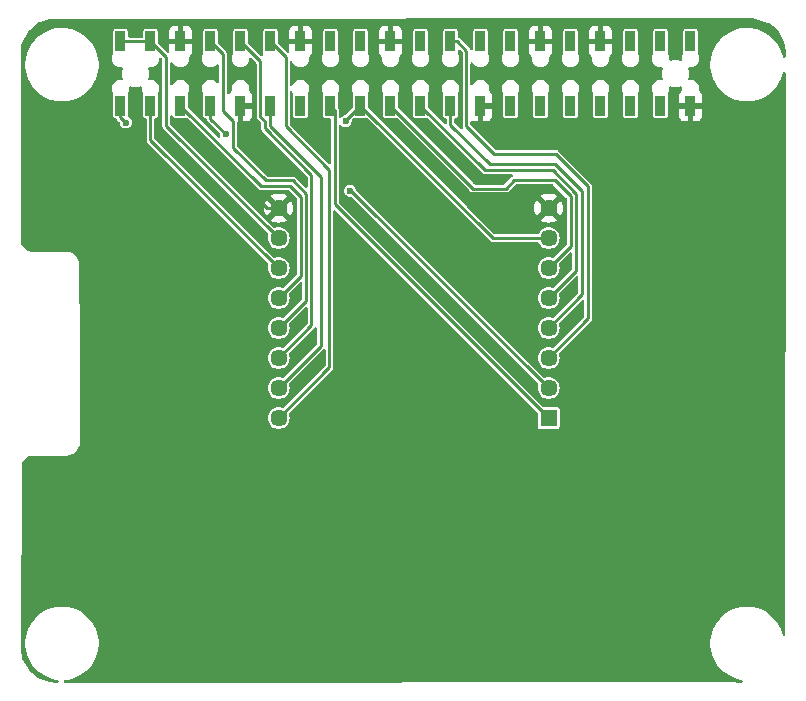
<source format=gbr>
%TF.GenerationSoftware,KiCad,Pcbnew,8.0.2*%
%TF.CreationDate,2024-07-30T14:20:43+02:00*%
%TF.ProjectId,mikrobus_x1_hatPCB,6d696b72-6f62-4757-935f-78315f686174,rev?*%
%TF.SameCoordinates,Original*%
%TF.FileFunction,Copper,L1,Top*%
%TF.FilePolarity,Positive*%
%FSLAX46Y46*%
G04 Gerber Fmt 4.6, Leading zero omitted, Abs format (unit mm)*
G04 Created by KiCad (PCBNEW 8.0.2) date 2024-07-30 14:20:43*
%MOMM*%
%LPD*%
G01*
G04 APERTURE LIST*
%TA.AperFunction,SMDPad,CuDef*%
%ADD10R,0.889000X1.676400*%
%TD*%
%TA.AperFunction,ComponentPad*%
%ADD11R,1.445000X1.445000*%
%TD*%
%TA.AperFunction,ComponentPad*%
%ADD12C,1.445000*%
%TD*%
%TA.AperFunction,ViaPad*%
%ADD13C,0.600000*%
%TD*%
%TA.AperFunction,ViaPad*%
%ADD14C,0.900000*%
%TD*%
%TA.AperFunction,Conductor*%
%ADD15C,0.250000*%
%TD*%
G04 APERTURE END LIST*
D10*
%TO.P,J1,1,3.3V*%
%TO.N,3V3*%
X123730000Y-78035600D03*
%TO.P,J1,2,5V*%
%TO.N,5V*%
X123730000Y-72600000D03*
%TO.P,J1,3,BCM2_SDA*%
%TO.N,Net-(IC1-SDA)*%
X126270000Y-78035600D03*
%TO.P,J1,4,5V*%
%TO.N,5V*%
X126270000Y-72600000D03*
%TO.P,J1,5,BCM3_SCL*%
%TO.N,Net-(IC1-SCL)*%
X128810000Y-78035600D03*
%TO.P,J1,6,GND*%
%TO.N,GND*%
X128810000Y-72600000D03*
%TO.P,J1,7,BCM4_GPCLK0*%
%TO.N,Net-(IC1-RST)*%
X131350000Y-78035600D03*
%TO.P,J1,8,BCM14_TXD*%
%TO.N,Net-(IC1-TX)*%
X131350000Y-72600000D03*
%TO.P,J1,9,GND*%
%TO.N,GND*%
X133890000Y-78035600D03*
%TO.P,J1,10,BCM15_RXD*%
%TO.N,Net-(IC1-RX)*%
X133890000Y-72600000D03*
%TO.P,J1,11,BCM17*%
%TO.N,Net-(IC1-INT)*%
X136430000Y-78035600D03*
%TO.P,J1,12,BCM18_PCM_C*%
%TO.N,Net-(IC1-PWM)*%
X136430000Y-72600000D03*
%TO.P,J1,13,BCM27*%
%TO.N,unconnected-(J1-BCM27-Pad13)*%
X138970000Y-78035600D03*
%TO.P,J1,14,GND*%
%TO.N,GND*%
X138970000Y-72600000D03*
%TO.P,J1,15,BCM22*%
%TO.N,Net-(IC1-AN)*%
X141510000Y-78035600D03*
%TO.P,J1,16,BCM23*%
%TO.N,unconnected-(J1-BCM23-Pad16)*%
X141510000Y-72600000D03*
%TO.P,J1,17,3.3V*%
%TO.N,3V3*%
X144050000Y-78035600D03*
%TO.P,J1,18,BCM24*%
%TO.N,unconnected-(J1-BCM24-Pad18)*%
X144050000Y-72600000D03*
%TO.P,J1,19,BCM10_MOSI*%
%TO.N,Net-(IC1-MOSI)*%
X146590000Y-78035600D03*
%TO.P,J1,20,GND*%
%TO.N,GND*%
X146590000Y-72600000D03*
%TO.P,J1,21,BCM9_MISO*%
%TO.N,Net-(IC1-MISO)*%
X149130000Y-78035600D03*
%TO.P,J1,22,BCM25*%
%TO.N,unconnected-(J1-BCM25-Pad22)*%
X149130000Y-72600000D03*
%TO.P,J1,23,BCM11_SCLK*%
%TO.N,Net-(IC1-SCK)*%
X151670000Y-78035600D03*
%TO.P,J1,24,BCM8_CE0*%
%TO.N,Net-(IC1-CS)*%
X151670000Y-72600000D03*
%TO.P,J1,25,GND*%
%TO.N,GND*%
X154210000Y-78035600D03*
%TO.P,J1,26,BCM7_CE1*%
%TO.N,unconnected-(J1-BCM7_CE1-Pad26)*%
X154210000Y-72600000D03*
%TO.P,J1,27,BCM0_ID_SD*%
%TO.N,unconnected-(J1-BCM0_ID_SD-Pad27)*%
X156750000Y-78035600D03*
%TO.P,J1,28,BCM1_ID_SC*%
%TO.N,unconnected-(J1-BCM1_ID_SC-Pad28)*%
X156750000Y-72600000D03*
%TO.P,J1,29,BCM5*%
%TO.N,unconnected-(J1-BCM5-Pad29)*%
X159290000Y-78035600D03*
%TO.P,J1,30,GND*%
%TO.N,GND*%
X159290000Y-72600000D03*
%TO.P,J1,31,BCM6*%
%TO.N,unconnected-(J1-BCM6-Pad31)*%
X161830000Y-78035600D03*
%TO.P,J1,32,BCM12_PWM0*%
%TO.N,unconnected-(J1-BCM12_PWM0-Pad32)*%
X161830000Y-72600000D03*
%TO.P,J1,33,BCM13_PWM1*%
%TO.N,unconnected-(J1-BCM13_PWM1-Pad33)*%
X164370000Y-78035600D03*
%TO.P,J1,34,GND*%
%TO.N,GND*%
X164370000Y-72600000D03*
%TO.P,J1,35,BCM19_MISO_PCM_FS*%
%TO.N,unconnected-(J1-BCM19_MISO_PCM_FS-Pad35)*%
X166910000Y-78035600D03*
%TO.P,J1,36,BCM16*%
%TO.N,unconnected-(J1-BCM16-Pad36)*%
X166910000Y-72600000D03*
%TO.P,J1,37,BCM26*%
%TO.N,unconnected-(J1-BCM26-Pad37)*%
X169450000Y-78035600D03*
%TO.P,J1,38,BCM20_MOSI_PCM_DI*%
%TO.N,unconnected-(J1-BCM20_MOSI_PCM_DI-Pad38)*%
X169450000Y-72600000D03*
%TO.P,J1,39,GND*%
%TO.N,GND*%
X171990000Y-78035600D03*
%TO.P,J1,40,BCM21_SCLK_PCM_DO*%
%TO.N,unconnected-(J1-BCM21_SCLK_PCM_DO-Pad40)*%
X171990000Y-72600000D03*
%TD*%
D11*
%TO.P,IC1,1,AN*%
%TO.N,Net-(IC1-AN)*%
X159980000Y-104480000D03*
D12*
%TO.P,IC1,2,RST*%
%TO.N,Net-(IC1-RST)*%
X159980000Y-101940000D03*
%TO.P,IC1,3,CS*%
%TO.N,Net-(IC1-CS)*%
X159980000Y-99400000D03*
%TO.P,IC1,4,SCK*%
%TO.N,Net-(IC1-SCK)*%
X159980000Y-96860000D03*
%TO.P,IC1,5,MISO*%
%TO.N,Net-(IC1-MISO)*%
X159980000Y-94320000D03*
%TO.P,IC1,6,MOSI*%
%TO.N,Net-(IC1-MOSI)*%
X159980000Y-91780000D03*
%TO.P,IC1,7,+3.3V*%
%TO.N,3V3*%
X159980000Y-89240000D03*
%TO.P,IC1,8,GND_1*%
%TO.N,GND*%
X159980000Y-86700000D03*
%TO.P,IC1,9,PWM*%
%TO.N,Net-(IC1-PWM)*%
X137120000Y-104480000D03*
%TO.P,IC1,10,INT*%
%TO.N,Net-(IC1-INT)*%
X137120000Y-101940000D03*
%TO.P,IC1,11,RX*%
%TO.N,Net-(IC1-RX)*%
X137120000Y-99400000D03*
%TO.P,IC1,12,TX*%
%TO.N,Net-(IC1-TX)*%
X137120000Y-96860000D03*
%TO.P,IC1,13,SCL*%
%TO.N,Net-(IC1-SCL)*%
X137120000Y-94320000D03*
%TO.P,IC1,14,SDA*%
%TO.N,Net-(IC1-SDA)*%
X137120000Y-91780000D03*
%TO.P,IC1,15,+5V*%
%TO.N,5V*%
X137120000Y-89240000D03*
%TO.P,IC1,16,GND_2*%
%TO.N,GND*%
X137120000Y-86700000D03*
%TD*%
D13*
%TO.N,GND*%
X130560000Y-81090000D03*
D14*
X135090000Y-80880000D03*
D13*
%TO.N,3V3*%
X142800000Y-79350000D03*
X124180000Y-79460000D03*
%TO.N,Net-(IC1-RST)*%
X132670000Y-80470000D03*
X143170000Y-85240000D03*
%TD*%
D15*
%TO.N,Net-(IC1-PWM)*%
X137720000Y-73890000D02*
X136430000Y-72600000D01*
X137720000Y-79780000D02*
X137720000Y-73890000D01*
X141420000Y-100180000D02*
X141420000Y-83480000D01*
X141420000Y-83480000D02*
X137720000Y-79780000D01*
X137120000Y-104480000D02*
X141420000Y-100180000D01*
%TO.N,Net-(IC1-CS)*%
X153020000Y-79790000D02*
X153020000Y-73370000D01*
X160590000Y-82100000D02*
X155330000Y-82100000D01*
X155330000Y-82100000D02*
X153020000Y-79790000D01*
X163340000Y-84850000D02*
X160590000Y-82100000D01*
X163340000Y-96040000D02*
X163340000Y-84850000D01*
X153020000Y-73370000D02*
X152250000Y-72600000D01*
X152250000Y-72600000D02*
X151670000Y-72600000D01*
X159980000Y-99400000D02*
X163340000Y-96040000D01*
%TO.N,Net-(IC1-RX)*%
X135960000Y-79956396D02*
X139900000Y-83896396D01*
X139900000Y-96620000D02*
X137120000Y-99400000D01*
X135572400Y-74282400D02*
X135572400Y-78952400D01*
X135572400Y-78952400D02*
X135960000Y-79340000D01*
X139900000Y-83896396D02*
X139900000Y-96620000D01*
X133890000Y-72600000D02*
X135572400Y-74282400D01*
X135960000Y-79340000D02*
X135960000Y-79956396D01*
%TO.N,Net-(IC1-INT)*%
X140700000Y-84060000D02*
X136430000Y-79790000D01*
X136430000Y-79790000D02*
X136430000Y-78035600D01*
X137120000Y-101940000D02*
X140700000Y-98360000D01*
X140700000Y-98360000D02*
X140700000Y-84060000D01*
%TO.N,5V*%
X127600000Y-73930000D02*
X126270000Y-72600000D01*
X137120000Y-89240000D02*
X127600000Y-79720000D01*
X126270000Y-72600000D02*
X123730000Y-72600000D01*
X127600000Y-79720000D02*
X127600000Y-73930000D01*
%TO.N,Net-(IC1-AN)*%
X141870000Y-78395600D02*
X141510000Y-78035600D01*
X141870000Y-86370000D02*
X141870000Y-78395600D01*
X159980000Y-104480000D02*
X141870000Y-86370000D01*
%TO.N,GND*%
X132010000Y-82540000D02*
X132010000Y-82600000D01*
X130560000Y-81090000D02*
X132010000Y-82540000D01*
X137120000Y-86700000D02*
X136170000Y-86700000D01*
X133890000Y-79680000D02*
X135090000Y-80880000D01*
X133890000Y-78035600D02*
X133890000Y-79680000D01*
X136170000Y-86700000D02*
X132010000Y-82540000D01*
%TO.N,Net-(IC1-SCL)*%
X137120000Y-94320000D02*
X139000000Y-92440000D01*
X139000000Y-92440000D02*
X139000000Y-85750000D01*
X138100000Y-84850000D02*
X135624400Y-84850000D01*
X139000000Y-85750000D02*
X138100000Y-84850000D01*
X135624400Y-84850000D02*
X128810000Y-78035600D01*
%TO.N,Net-(IC1-SDA)*%
X137120000Y-91780000D02*
X126270000Y-80930000D01*
X126270000Y-80930000D02*
X126270000Y-78035600D01*
%TO.N,Net-(IC1-MISO)*%
X159980000Y-94320000D02*
X162300000Y-92000000D01*
X162300000Y-85520000D02*
X162320000Y-85500000D01*
X162320000Y-85500000D02*
X160310000Y-83490000D01*
X154584400Y-83490000D02*
X149130000Y-78035600D01*
X162300000Y-92000000D02*
X162300000Y-85520000D01*
X160310000Y-83490000D02*
X154584400Y-83490000D01*
%TO.N,Net-(IC1-MOSI)*%
X161850000Y-89910000D02*
X161850000Y-85710000D01*
X160490000Y-84350000D02*
X157030000Y-84350000D01*
X156330000Y-85050000D02*
X153604400Y-85050000D01*
X153604400Y-85050000D02*
X146590000Y-78035600D01*
X159980000Y-91780000D02*
X161850000Y-89910000D01*
X157030000Y-84350000D02*
X156330000Y-85050000D01*
X161850000Y-85710000D02*
X160490000Y-84350000D01*
%TO.N,Net-(IC1-SCK)*%
X162830000Y-85300000D02*
X160500000Y-82970000D01*
X160500000Y-82970000D02*
X155000000Y-82970000D01*
X155000000Y-82970000D02*
X151670000Y-79640000D01*
X151670000Y-79640000D02*
X151670000Y-78035600D01*
X159980000Y-96860000D02*
X162830000Y-94010000D01*
X162830000Y-94010000D02*
X162830000Y-85300000D01*
%TO.N,Net-(IC1-TX)*%
X131350000Y-72600000D02*
X132430000Y-73680000D01*
X132430000Y-73680000D02*
X132430000Y-78480000D01*
X138310000Y-84360000D02*
X139450000Y-85500000D01*
X133295000Y-79345000D02*
X133295000Y-81635000D01*
X139450000Y-85500000D02*
X139450000Y-94530000D01*
X139450000Y-94530000D02*
X137120000Y-96860000D01*
X133295000Y-81635000D02*
X136020000Y-84360000D01*
X136020000Y-84360000D02*
X138310000Y-84360000D01*
X132430000Y-78480000D02*
X133295000Y-79345000D01*
%TO.N,3V3*%
X123730000Y-79010000D02*
X124180000Y-79460000D01*
X159980000Y-89240000D02*
X155254400Y-89240000D01*
X155254400Y-89240000D02*
X144050000Y-78035600D01*
X123730000Y-78035600D02*
X123730000Y-79010000D01*
X142800000Y-79285600D02*
X144050000Y-78035600D01*
X142800000Y-79350000D02*
X142800000Y-79285600D01*
%TO.N,Net-(IC1-RST)*%
X143280000Y-85240000D02*
X143170000Y-85240000D01*
X131350000Y-79150000D02*
X131350000Y-78035600D01*
X159980000Y-101940000D02*
X143280000Y-85240000D01*
X132670000Y-80470000D02*
X131350000Y-79150000D01*
%TD*%
%TA.AperFunction,Conductor*%
%TO.N,GND*%
G36*
X177439119Y-70656373D02*
G01*
X178574589Y-71034863D01*
X178603568Y-71048935D01*
X178990029Y-71303434D01*
X179008533Y-71318347D01*
X179447037Y-71747319D01*
X179468787Y-71775860D01*
X179860028Y-72482002D01*
X179873624Y-72520255D01*
X180038058Y-73439153D01*
X180039997Y-73461019D01*
X180039920Y-73852433D01*
X180020222Y-73919469D01*
X179967409Y-73965213D01*
X179898249Y-73975143D01*
X179834699Y-73946106D01*
X179796936Y-73887320D01*
X179795029Y-73880001D01*
X179787530Y-73847147D01*
X179754018Y-73700319D01*
X179639002Y-73371621D01*
X179487906Y-73057867D01*
X179302630Y-72763003D01*
X179302628Y-72763000D01*
X179302627Y-72762998D01*
X179085512Y-72490743D01*
X178839256Y-72244487D01*
X178567001Y-72027372D01*
X178566999Y-72027371D01*
X178272130Y-71842092D01*
X177958382Y-71690999D01*
X177629692Y-71575985D01*
X177629684Y-71575982D01*
X177375048Y-71517863D01*
X177290171Y-71498491D01*
X177290167Y-71498490D01*
X177290158Y-71498489D01*
X176944124Y-71459500D01*
X176944120Y-71459500D01*
X176595880Y-71459500D01*
X176595875Y-71459500D01*
X176249841Y-71498489D01*
X176249829Y-71498491D01*
X175910315Y-71575982D01*
X175910307Y-71575985D01*
X175581617Y-71690999D01*
X175267869Y-71842092D01*
X174973000Y-72027371D01*
X174972998Y-72027372D01*
X174700743Y-72244487D01*
X174454487Y-72490743D01*
X174237372Y-72762998D01*
X174237371Y-72763000D01*
X174052092Y-73057869D01*
X173900999Y-73371617D01*
X173785985Y-73700307D01*
X173785982Y-73700315D01*
X173708491Y-74039829D01*
X173708489Y-74039841D01*
X173669500Y-74385875D01*
X173669500Y-74734124D01*
X173708489Y-75080158D01*
X173708491Y-75080170D01*
X173785982Y-75419684D01*
X173785985Y-75419692D01*
X173900999Y-75748382D01*
X174052092Y-76062130D01*
X174237371Y-76356999D01*
X174237372Y-76357001D01*
X174454487Y-76629256D01*
X174700743Y-76875512D01*
X174972998Y-77092627D01*
X174973001Y-77092628D01*
X174973003Y-77092630D01*
X175267867Y-77277906D01*
X175581621Y-77429002D01*
X175828488Y-77515384D01*
X175910307Y-77544014D01*
X175910315Y-77544017D01*
X175910318Y-77544017D01*
X175910319Y-77544018D01*
X176249829Y-77621509D01*
X176595876Y-77660499D01*
X176595877Y-77660500D01*
X176595880Y-77660500D01*
X176944123Y-77660500D01*
X176944123Y-77660499D01*
X177290171Y-77621509D01*
X177629681Y-77544018D01*
X177958379Y-77429002D01*
X178272133Y-77277906D01*
X178566997Y-77092630D01*
X178570270Y-77090020D01*
X178839256Y-76875512D01*
X178839258Y-76875509D01*
X178839263Y-76875506D01*
X179085506Y-76629263D01*
X179176155Y-76515593D01*
X179302627Y-76357001D01*
X179302628Y-76356999D01*
X179302630Y-76356997D01*
X179487906Y-76062133D01*
X179639002Y-75748379D01*
X179754018Y-75419681D01*
X179794750Y-75241221D01*
X179828859Y-75180243D01*
X179890520Y-75147385D01*
X179960157Y-75153080D01*
X180015661Y-75195520D01*
X180039409Y-75261230D01*
X180039641Y-75268838D01*
X180030262Y-122810118D01*
X180010564Y-122877154D01*
X179957751Y-122922899D01*
X179888591Y-122932828D01*
X179825041Y-122903791D01*
X179787278Y-122845005D01*
X179785371Y-122837686D01*
X179754018Y-122700319D01*
X179754014Y-122700307D01*
X179725384Y-122618488D01*
X179639002Y-122371621D01*
X179487906Y-122057867D01*
X179302630Y-121763003D01*
X179302628Y-121763000D01*
X179302627Y-121762998D01*
X179085512Y-121490743D01*
X178839256Y-121244487D01*
X178567001Y-121027372D01*
X178566999Y-121027371D01*
X178272130Y-120842092D01*
X177958382Y-120690999D01*
X177629692Y-120575985D01*
X177629684Y-120575982D01*
X177375048Y-120517863D01*
X177290171Y-120498491D01*
X177290167Y-120498490D01*
X177290158Y-120498489D01*
X176944124Y-120459500D01*
X176944120Y-120459500D01*
X176595880Y-120459500D01*
X176595875Y-120459500D01*
X176249841Y-120498489D01*
X176249829Y-120498491D01*
X175910315Y-120575982D01*
X175910307Y-120575985D01*
X175581617Y-120690999D01*
X175267869Y-120842092D01*
X174973000Y-121027371D01*
X174972998Y-121027372D01*
X174700743Y-121244487D01*
X174454487Y-121490743D01*
X174237372Y-121762998D01*
X174237371Y-121763000D01*
X174052092Y-122057869D01*
X173900999Y-122371617D01*
X173785985Y-122700307D01*
X173785982Y-122700315D01*
X173708491Y-123039829D01*
X173708489Y-123039841D01*
X173669500Y-123385875D01*
X173669500Y-123734124D01*
X173708489Y-124080158D01*
X173708491Y-124080170D01*
X173785982Y-124419684D01*
X173785985Y-124419692D01*
X173900999Y-124748382D01*
X174052092Y-125062130D01*
X174237371Y-125356999D01*
X174237372Y-125357001D01*
X174454487Y-125629256D01*
X174700743Y-125875512D01*
X174972998Y-126092627D01*
X174973001Y-126092628D01*
X174973003Y-126092630D01*
X175267867Y-126277906D01*
X175581621Y-126429002D01*
X175803947Y-126506797D01*
X175910307Y-126544014D01*
X175910315Y-126544017D01*
X175910318Y-126544017D01*
X175910319Y-126544018D01*
X176249829Y-126621509D01*
X176249837Y-126621509D01*
X176249842Y-126621511D01*
X176303957Y-126627608D01*
X176368371Y-126654674D01*
X176407926Y-126712269D01*
X176410064Y-126782106D01*
X176374106Y-126842012D01*
X176311469Y-126872968D01*
X176287619Y-126874804D01*
X175539987Y-126859999D01*
X119221230Y-126899999D01*
X119218758Y-126899976D01*
X119052520Y-126896779D01*
X118985871Y-126875809D01*
X118941140Y-126822135D01*
X118932528Y-126752798D01*
X118962770Y-126689812D01*
X119022263Y-126653175D01*
X119041020Y-126649582D01*
X119093656Y-126643651D01*
X119290171Y-126621509D01*
X119629681Y-126544018D01*
X119958379Y-126429002D01*
X120272133Y-126277906D01*
X120566997Y-126092630D01*
X120567001Y-126092627D01*
X120839256Y-125875512D01*
X120839258Y-125875509D01*
X120839263Y-125875506D01*
X121085506Y-125629263D01*
X121109458Y-125599229D01*
X121302627Y-125357001D01*
X121302628Y-125356999D01*
X121302630Y-125356997D01*
X121487906Y-125062133D01*
X121639002Y-124748379D01*
X121754018Y-124419681D01*
X121831509Y-124080171D01*
X121870500Y-123734120D01*
X121870500Y-123385880D01*
X121831509Y-123039829D01*
X121754018Y-122700319D01*
X121639002Y-122371621D01*
X121487906Y-122057867D01*
X121302630Y-121763003D01*
X121302628Y-121763000D01*
X121302627Y-121762998D01*
X121085512Y-121490743D01*
X120839256Y-121244487D01*
X120567001Y-121027372D01*
X120566999Y-121027371D01*
X120272130Y-120842092D01*
X119958382Y-120690999D01*
X119629692Y-120575985D01*
X119629684Y-120575982D01*
X119375048Y-120517863D01*
X119290171Y-120498491D01*
X119290167Y-120498490D01*
X119290158Y-120498489D01*
X118944124Y-120459500D01*
X118944120Y-120459500D01*
X118595880Y-120459500D01*
X118595875Y-120459500D01*
X118249841Y-120498489D01*
X118249829Y-120498491D01*
X117910315Y-120575982D01*
X117910307Y-120575985D01*
X117581617Y-120690999D01*
X117267869Y-120842092D01*
X116973000Y-121027371D01*
X116972998Y-121027372D01*
X116700743Y-121244487D01*
X116454487Y-121490743D01*
X116237372Y-121762998D01*
X116237371Y-121763000D01*
X116052092Y-122057869D01*
X115900999Y-122371617D01*
X115785985Y-122700307D01*
X115785982Y-122700315D01*
X115708491Y-123039829D01*
X115708489Y-123039841D01*
X115669500Y-123385875D01*
X115669500Y-123734124D01*
X115708489Y-124080158D01*
X115708491Y-124080170D01*
X115785982Y-124419684D01*
X115785985Y-124419692D01*
X115900999Y-124748382D01*
X116052092Y-125062130D01*
X116237371Y-125356999D01*
X116237372Y-125357001D01*
X116454487Y-125629256D01*
X116700743Y-125875512D01*
X116972998Y-126092627D01*
X116973001Y-126092628D01*
X116973003Y-126092630D01*
X117267867Y-126277906D01*
X117581621Y-126429002D01*
X117803947Y-126506797D01*
X117910307Y-126544014D01*
X117910315Y-126544017D01*
X117910318Y-126544017D01*
X117910319Y-126544018D01*
X118249829Y-126621509D01*
X118303959Y-126627608D01*
X118381711Y-126636369D01*
X118446125Y-126663435D01*
X118485680Y-126721030D01*
X118487817Y-126790867D01*
X118451859Y-126850774D01*
X118389221Y-126881729D01*
X118365443Y-126883566D01*
X117681789Y-126870419D01*
X117639660Y-126862177D01*
X116769213Y-126527389D01*
X116734204Y-126506797D01*
X116238680Y-126092628D01*
X116094582Y-125972188D01*
X116069736Y-125944001D01*
X115867824Y-125629256D01*
X115415182Y-124923667D01*
X115396512Y-124872097D01*
X115280995Y-123947961D01*
X115280040Y-123931977D01*
X115359736Y-108291644D01*
X115379762Y-108224709D01*
X115396842Y-108203815D01*
X115884136Y-107725223D01*
X115945758Y-107692293D01*
X115970264Y-107689694D01*
X119210000Y-107670000D01*
X119910000Y-107420000D01*
X120300000Y-106760000D01*
X120300000Y-104190000D01*
X120317386Y-99087207D01*
X120320000Y-98320061D01*
X120319999Y-98320043D01*
X120320000Y-98320000D01*
X120260000Y-91240000D01*
X119950000Y-90730000D01*
X119949999Y-90729999D01*
X119650710Y-90536342D01*
X119440000Y-90400000D01*
X119439999Y-90399999D01*
X116172129Y-90390067D01*
X116129263Y-90382284D01*
X115749412Y-90240944D01*
X115699335Y-90206382D01*
X115330680Y-89785061D01*
X115301349Y-89721647D01*
X115300000Y-89703407D01*
X115300000Y-88370000D01*
X115301888Y-86913094D01*
X115318125Y-74385875D01*
X115669500Y-74385875D01*
X115669500Y-74734124D01*
X115708489Y-75080158D01*
X115708491Y-75080170D01*
X115785982Y-75419684D01*
X115785985Y-75419692D01*
X115900999Y-75748382D01*
X116052092Y-76062130D01*
X116237371Y-76356999D01*
X116237372Y-76357001D01*
X116454487Y-76629256D01*
X116700743Y-76875512D01*
X116972998Y-77092627D01*
X116973001Y-77092628D01*
X116973003Y-77092630D01*
X117267867Y-77277906D01*
X117581621Y-77429002D01*
X117828488Y-77515384D01*
X117910307Y-77544014D01*
X117910315Y-77544017D01*
X117910318Y-77544017D01*
X117910319Y-77544018D01*
X118249829Y-77621509D01*
X118595876Y-77660499D01*
X118595877Y-77660500D01*
X118595880Y-77660500D01*
X118944123Y-77660500D01*
X118944123Y-77660499D01*
X119290171Y-77621509D01*
X119629681Y-77544018D01*
X119958379Y-77429002D01*
X120272133Y-77277906D01*
X120566997Y-77092630D01*
X120570270Y-77090020D01*
X120839256Y-76875512D01*
X120839258Y-76875509D01*
X120839263Y-76875506D01*
X121085506Y-76629263D01*
X121176155Y-76515593D01*
X121302627Y-76357001D01*
X121302628Y-76356999D01*
X121302630Y-76356997D01*
X121487906Y-76062133D01*
X121639002Y-75748379D01*
X121754018Y-75419681D01*
X121831509Y-75080171D01*
X121870500Y-74734120D01*
X121870500Y-74385880D01*
X121840543Y-74120006D01*
X122996899Y-74120006D01*
X123025071Y-74261630D01*
X123025073Y-74261638D01*
X123080335Y-74395053D01*
X123080336Y-74395056D01*
X123160563Y-74515123D01*
X123160566Y-74515127D01*
X123262672Y-74617233D01*
X123262676Y-74617236D01*
X123382743Y-74697463D01*
X123382745Y-74697463D01*
X123382747Y-74697465D01*
X123516163Y-74752727D01*
X123550846Y-74759626D01*
X123657793Y-74780900D01*
X123805637Y-74780900D01*
X123872676Y-74800585D01*
X123918431Y-74853389D01*
X123928375Y-74922547D01*
X123923568Y-74943218D01*
X123888557Y-75050969D01*
X123860500Y-75228113D01*
X123860500Y-75407486D01*
X123888557Y-75584630D01*
X123923568Y-75692382D01*
X123925563Y-75762223D01*
X123889483Y-75822056D01*
X123826782Y-75852884D01*
X123805637Y-75854700D01*
X123657794Y-75854700D01*
X123516169Y-75882871D01*
X123516161Y-75882873D01*
X123382746Y-75938135D01*
X123382743Y-75938136D01*
X123262676Y-76018363D01*
X123262672Y-76018366D01*
X123160566Y-76120472D01*
X123160563Y-76120476D01*
X123080336Y-76240543D01*
X123080335Y-76240546D01*
X123025073Y-76373961D01*
X123025071Y-76373969D01*
X122996900Y-76515593D01*
X122996900Y-76515596D01*
X122996900Y-76660004D01*
X122996900Y-76660006D01*
X122996899Y-76660006D01*
X123025071Y-76801630D01*
X123025073Y-76801638D01*
X123080331Y-76935045D01*
X123080332Y-76935046D01*
X123080335Y-76935053D01*
X123080338Y-76935057D01*
X123080340Y-76935061D01*
X123103964Y-76970418D01*
X123124841Y-77037095D01*
X123106356Y-77104475D01*
X123103964Y-77108197D01*
X123096632Y-77119170D01*
X123096631Y-77119170D01*
X123085000Y-77177647D01*
X123085000Y-78893552D01*
X123096631Y-78952029D01*
X123096632Y-78952030D01*
X123140947Y-79018352D01*
X123207269Y-79062667D01*
X123207270Y-79062668D01*
X123265747Y-79074299D01*
X123265750Y-79074300D01*
X123265752Y-79074300D01*
X123319677Y-79074300D01*
X123386716Y-79093985D01*
X123427063Y-79136299D01*
X123469535Y-79209862D01*
X123469537Y-79209864D01*
X123638034Y-79378361D01*
X123671519Y-79439684D01*
X123672764Y-79451268D01*
X123673091Y-79451222D01*
X123694834Y-79602456D01*
X123728945Y-79677147D01*
X123754623Y-79733373D01*
X123848872Y-79842143D01*
X123969947Y-79919953D01*
X123969950Y-79919954D01*
X123969949Y-79919954D01*
X124108036Y-79960499D01*
X124108038Y-79960500D01*
X124108039Y-79960500D01*
X124251962Y-79960500D01*
X124251962Y-79960499D01*
X124390053Y-79919953D01*
X124511128Y-79842143D01*
X124605377Y-79733373D01*
X124665165Y-79602457D01*
X124685647Y-79460000D01*
X124665165Y-79317543D01*
X124605377Y-79186627D01*
X124511128Y-79077857D01*
X124428979Y-79025063D01*
X124383225Y-78972260D01*
X124373281Y-78903101D01*
X124374402Y-78896555D01*
X124375000Y-78893548D01*
X124375000Y-77177649D01*
X124374999Y-77177647D01*
X124363368Y-77119171D01*
X124363367Y-77119169D01*
X124356036Y-77108197D01*
X124335158Y-77041523D01*
X124353641Y-76974143D01*
X124356037Y-76970415D01*
X124366132Y-76955306D01*
X124379665Y-76935053D01*
X124434927Y-76801637D01*
X124463100Y-76660004D01*
X124463100Y-76515596D01*
X124463100Y-76512162D01*
X124482785Y-76445123D01*
X124535589Y-76399368D01*
X124604747Y-76389424D01*
X124625402Y-76394227D01*
X124733166Y-76429242D01*
X124821742Y-76443271D01*
X124910314Y-76457300D01*
X124910319Y-76457300D01*
X125089686Y-76457300D01*
X125172891Y-76444121D01*
X125266834Y-76429242D01*
X125374586Y-76394230D01*
X125444422Y-76392235D01*
X125504255Y-76428315D01*
X125535084Y-76491016D01*
X125536900Y-76512162D01*
X125536900Y-76515596D01*
X125536900Y-76660004D01*
X125536900Y-76660006D01*
X125536899Y-76660006D01*
X125565071Y-76801630D01*
X125565073Y-76801638D01*
X125620331Y-76935045D01*
X125620332Y-76935046D01*
X125620335Y-76935053D01*
X125620338Y-76935057D01*
X125620340Y-76935061D01*
X125643964Y-76970418D01*
X125664841Y-77037095D01*
X125646356Y-77104475D01*
X125643964Y-77108197D01*
X125636632Y-77119170D01*
X125636631Y-77119170D01*
X125625000Y-77177647D01*
X125625000Y-78893552D01*
X125636631Y-78952029D01*
X125636632Y-78952030D01*
X125680947Y-79018352D01*
X125747269Y-79062667D01*
X125747270Y-79062668D01*
X125805747Y-79074299D01*
X125805750Y-79074300D01*
X125805752Y-79074300D01*
X125820500Y-79074300D01*
X125887539Y-79093985D01*
X125933294Y-79146789D01*
X125944500Y-79198300D01*
X125944500Y-80887147D01*
X125944500Y-80972853D01*
X125955591Y-81014246D01*
X125966682Y-81055640D01*
X125974588Y-81069333D01*
X126009535Y-81129862D01*
X126009537Y-81129864D01*
X136220882Y-91341209D01*
X136254367Y-91402532D01*
X136251132Y-91467207D01*
X136212199Y-91587032D01*
X136212197Y-91587037D01*
X136191916Y-91780000D01*
X136212197Y-91972962D01*
X136212198Y-91972964D01*
X136272150Y-92157480D01*
X136272153Y-92157486D01*
X136369164Y-92325514D01*
X136471353Y-92439006D01*
X136498991Y-92469701D01*
X136655953Y-92583741D01*
X136655954Y-92583741D01*
X136655958Y-92583744D01*
X136800510Y-92648103D01*
X136833201Y-92662658D01*
X136833206Y-92662660D01*
X137022989Y-92703000D01*
X137217011Y-92703000D01*
X137406794Y-92662660D01*
X137584042Y-92583744D01*
X137741009Y-92469701D01*
X137870836Y-92325514D01*
X137967847Y-92157486D01*
X138027803Y-91972960D01*
X138048084Y-91780000D01*
X138027803Y-91587040D01*
X137988867Y-91467207D01*
X137967849Y-91402519D01*
X137967846Y-91402513D01*
X137870836Y-91234486D01*
X137741009Y-91090299D01*
X137732813Y-91084344D01*
X137584046Y-90976258D01*
X137584043Y-90976256D01*
X137584042Y-90976256D01*
X137469270Y-90925156D01*
X137406798Y-90897341D01*
X137406793Y-90897339D01*
X137217011Y-90857000D01*
X137022989Y-90857000D01*
X136833208Y-90897339D01*
X136833204Y-90897340D01*
X136817273Y-90904433D01*
X136748023Y-90913716D01*
X136684747Y-90884085D01*
X136679160Y-90878833D01*
X126631819Y-80831492D01*
X126598334Y-80770169D01*
X126595500Y-80743811D01*
X126595500Y-79198300D01*
X126615185Y-79131261D01*
X126667989Y-79085506D01*
X126719500Y-79074300D01*
X126734250Y-79074300D01*
X126734251Y-79074299D01*
X126749068Y-79071352D01*
X126792729Y-79062668D01*
X126792729Y-79062667D01*
X126792731Y-79062667D01*
X126859052Y-79018352D01*
X126903367Y-78952031D01*
X126903367Y-78952029D01*
X126903368Y-78952029D01*
X126914999Y-78893552D01*
X126915000Y-78893550D01*
X126915000Y-77177649D01*
X126914999Y-77177647D01*
X126903368Y-77119171D01*
X126903367Y-77119169D01*
X126896036Y-77108197D01*
X126875158Y-77041523D01*
X126893641Y-76974143D01*
X126896037Y-76970415D01*
X126906132Y-76955306D01*
X126919665Y-76935053D01*
X126974927Y-76801637D01*
X127003100Y-76660004D01*
X127003100Y-76515596D01*
X127003100Y-76515593D01*
X126978959Y-76394231D01*
X126974927Y-76373963D01*
X126919665Y-76240547D01*
X126919663Y-76240545D01*
X126919663Y-76240543D01*
X126839436Y-76120476D01*
X126839433Y-76120472D01*
X126737327Y-76018366D01*
X126737323Y-76018363D01*
X126617256Y-75938136D01*
X126617253Y-75938135D01*
X126483838Y-75882873D01*
X126483830Y-75882871D01*
X126342206Y-75854700D01*
X126342204Y-75854700D01*
X126197796Y-75854700D01*
X126194363Y-75854700D01*
X126127324Y-75835015D01*
X126081569Y-75782211D01*
X126071625Y-75713053D01*
X126076432Y-75692382D01*
X126111442Y-75584634D01*
X126123912Y-75505899D01*
X126139500Y-75407486D01*
X126139500Y-75228113D01*
X126120794Y-75110017D01*
X126111442Y-75050966D01*
X126076431Y-74943217D01*
X126074437Y-74873377D01*
X126110517Y-74813544D01*
X126173218Y-74782716D01*
X126194363Y-74780900D01*
X126342206Y-74780900D01*
X126413503Y-74766717D01*
X126483837Y-74752727D01*
X126617253Y-74697465D01*
X126737324Y-74617236D01*
X126839436Y-74515124D01*
X126919665Y-74395053D01*
X126974927Y-74261637D01*
X127001198Y-74129568D01*
X127003100Y-74120006D01*
X127003100Y-74092789D01*
X127022785Y-74025750D01*
X127075589Y-73979995D01*
X127144747Y-73970051D01*
X127208303Y-73999076D01*
X127214781Y-74005108D01*
X127238181Y-74028508D01*
X127271666Y-74089831D01*
X127274500Y-74116189D01*
X127274500Y-79677147D01*
X127274500Y-79762853D01*
X127285591Y-79804246D01*
X127296682Y-79845640D01*
X127311131Y-79870666D01*
X127339535Y-79919862D01*
X127339537Y-79919864D01*
X136220882Y-88801209D01*
X136254367Y-88862532D01*
X136251132Y-88927207D01*
X136212199Y-89047032D01*
X136212197Y-89047037D01*
X136191916Y-89240000D01*
X136212197Y-89432962D01*
X136212198Y-89432964D01*
X136272150Y-89617480D01*
X136272153Y-89617486D01*
X136369164Y-89785514D01*
X136431503Y-89854748D01*
X136498991Y-89929701D01*
X136655953Y-90043741D01*
X136655954Y-90043741D01*
X136655958Y-90043744D01*
X136800510Y-90108103D01*
X136833201Y-90122658D01*
X136833206Y-90122660D01*
X137022989Y-90163000D01*
X137217011Y-90163000D01*
X137406794Y-90122660D01*
X137584042Y-90043744D01*
X137741009Y-89929701D01*
X137870836Y-89785514D01*
X137967847Y-89617486D01*
X138027803Y-89432960D01*
X138048084Y-89240000D01*
X138027803Y-89047040D01*
X137967847Y-88862514D01*
X137870836Y-88694486D01*
X137741009Y-88550299D01*
X137741008Y-88550298D01*
X137584046Y-88436258D01*
X137584043Y-88436256D01*
X137584042Y-88436256D01*
X137500577Y-88399095D01*
X137406798Y-88357341D01*
X137406793Y-88357339D01*
X137217011Y-88317000D01*
X137022989Y-88317000D01*
X136833208Y-88357339D01*
X136833204Y-88357340D01*
X136817273Y-88364433D01*
X136748023Y-88373716D01*
X136684747Y-88344085D01*
X136679160Y-88338833D01*
X135040324Y-86699997D01*
X135892830Y-86699997D01*
X135892830Y-86700002D01*
X135911473Y-86913094D01*
X135911473Y-86913098D01*
X135966834Y-87119709D01*
X135966838Y-87119718D01*
X136057238Y-87313582D01*
X136096620Y-87369825D01*
X136096621Y-87369826D01*
X136682352Y-86784094D01*
X136705792Y-86871571D01*
X136764311Y-86972930D01*
X136847070Y-87055689D01*
X136948429Y-87114208D01*
X137035905Y-87137647D01*
X136450172Y-87723378D01*
X136506417Y-87762761D01*
X136700281Y-87853161D01*
X136700290Y-87853165D01*
X136906903Y-87908526D01*
X137119998Y-87927170D01*
X137120002Y-87927170D01*
X137333094Y-87908526D01*
X137333098Y-87908526D01*
X137539709Y-87853165D01*
X137539718Y-87853161D01*
X137733584Y-87762760D01*
X137733588Y-87762758D01*
X137789826Y-87723379D01*
X137204095Y-87137647D01*
X137291571Y-87114208D01*
X137392930Y-87055689D01*
X137475689Y-86972930D01*
X137534208Y-86871571D01*
X137557647Y-86784094D01*
X138143379Y-87369826D01*
X138182758Y-87313588D01*
X138182760Y-87313584D01*
X138273161Y-87119718D01*
X138273165Y-87119709D01*
X138328526Y-86913098D01*
X138328526Y-86913094D01*
X138347170Y-86700002D01*
X138347170Y-86699997D01*
X138328526Y-86486905D01*
X138328526Y-86486901D01*
X138273165Y-86280290D01*
X138273161Y-86280281D01*
X138182761Y-86086417D01*
X138143377Y-86030172D01*
X137557647Y-86615904D01*
X137534208Y-86528429D01*
X137475689Y-86427070D01*
X137392930Y-86344311D01*
X137291571Y-86285792D01*
X137204095Y-86262352D01*
X137789826Y-85676621D01*
X137789825Y-85676620D01*
X137733582Y-85637238D01*
X137539718Y-85546838D01*
X137539709Y-85546834D01*
X137333096Y-85491473D01*
X137120002Y-85472830D01*
X137119998Y-85472830D01*
X136906905Y-85491473D01*
X136906901Y-85491473D01*
X136700290Y-85546834D01*
X136700281Y-85546837D01*
X136506412Y-85637241D01*
X136450172Y-85676619D01*
X137035905Y-86262352D01*
X136948429Y-86285792D01*
X136847070Y-86344311D01*
X136764311Y-86427070D01*
X136705792Y-86528429D01*
X136682352Y-86615905D01*
X136096619Y-86030172D01*
X136057241Y-86086412D01*
X135966837Y-86280281D01*
X135966834Y-86280290D01*
X135911473Y-86486901D01*
X135911473Y-86486905D01*
X135892830Y-86699997D01*
X135040324Y-86699997D01*
X127961819Y-79621492D01*
X127928334Y-79560169D01*
X127925500Y-79533811D01*
X127925500Y-78948494D01*
X127945185Y-78881455D01*
X127997989Y-78835700D01*
X128067147Y-78825756D01*
X128130703Y-78854781D01*
X128168477Y-78913559D01*
X128171117Y-78924303D01*
X128176631Y-78952029D01*
X128176632Y-78952030D01*
X128220947Y-79018352D01*
X128287269Y-79062667D01*
X128287270Y-79062668D01*
X128345747Y-79074299D01*
X128345750Y-79074300D01*
X128345752Y-79074300D01*
X129274249Y-79074300D01*
X129296544Y-79069865D01*
X129304431Y-79068296D01*
X129374023Y-79074523D01*
X129416305Y-79102232D01*
X135424538Y-85110465D01*
X135498761Y-85153318D01*
X135581547Y-85175500D01*
X135667253Y-85175500D01*
X137913811Y-85175500D01*
X137980850Y-85195185D01*
X138001492Y-85211819D01*
X138638181Y-85848508D01*
X138671666Y-85909831D01*
X138674500Y-85936189D01*
X138674500Y-92253810D01*
X138654815Y-92320849D01*
X138638181Y-92341491D01*
X137560839Y-93418833D01*
X137499516Y-93452318D01*
X137429824Y-93447334D01*
X137422722Y-93444431D01*
X137406798Y-93437341D01*
X137406793Y-93437339D01*
X137217011Y-93397000D01*
X137022989Y-93397000D01*
X136833206Y-93437339D01*
X136833201Y-93437341D01*
X136655958Y-93516256D01*
X136655953Y-93516258D01*
X136498991Y-93630298D01*
X136369163Y-93774487D01*
X136272153Y-93942513D01*
X136272150Y-93942519D01*
X136212198Y-94127035D01*
X136212197Y-94127037D01*
X136191916Y-94320000D01*
X136212197Y-94512962D01*
X136212198Y-94512964D01*
X136272150Y-94697480D01*
X136272153Y-94697486D01*
X136369164Y-94865514D01*
X136498991Y-95009701D01*
X136655953Y-95123741D01*
X136655954Y-95123741D01*
X136655958Y-95123744D01*
X136749043Y-95165188D01*
X136833201Y-95202658D01*
X136833206Y-95202660D01*
X137022989Y-95243000D01*
X137217011Y-95243000D01*
X137406794Y-95202660D01*
X137584042Y-95123744D01*
X137741009Y-95009701D01*
X137870836Y-94865514D01*
X137967847Y-94697486D01*
X138027803Y-94512960D01*
X138048084Y-94320000D01*
X138027803Y-94127040D01*
X137988867Y-94007207D01*
X137986872Y-93937366D01*
X138019115Y-93881210D01*
X138912820Y-92987506D01*
X138974142Y-92954022D01*
X139043834Y-92959006D01*
X139099767Y-93000878D01*
X139124184Y-93066342D01*
X139124500Y-93075188D01*
X139124500Y-94343810D01*
X139104815Y-94410849D01*
X139088181Y-94431491D01*
X137560839Y-95958832D01*
X137499516Y-95992317D01*
X137429824Y-95987333D01*
X137422727Y-95984432D01*
X137406802Y-95977342D01*
X137406793Y-95977339D01*
X137217011Y-95937000D01*
X137022989Y-95937000D01*
X136833206Y-95977339D01*
X136833201Y-95977341D01*
X136655958Y-96056256D01*
X136655953Y-96056258D01*
X136498991Y-96170298D01*
X136369163Y-96314487D01*
X136272153Y-96482513D01*
X136272150Y-96482519D01*
X136212198Y-96667035D01*
X136212197Y-96667037D01*
X136191916Y-96860000D01*
X136212197Y-97052962D01*
X136212198Y-97052964D01*
X136272150Y-97237480D01*
X136272153Y-97237486D01*
X136369164Y-97405514D01*
X136498991Y-97549701D01*
X136655953Y-97663741D01*
X136655954Y-97663741D01*
X136655958Y-97663744D01*
X136800510Y-97728103D01*
X136833201Y-97742658D01*
X136833206Y-97742660D01*
X137022989Y-97783000D01*
X137217011Y-97783000D01*
X137406794Y-97742660D01*
X137584042Y-97663744D01*
X137741009Y-97549701D01*
X137870836Y-97405514D01*
X137967847Y-97237486D01*
X138027803Y-97052960D01*
X138048084Y-96860000D01*
X138027803Y-96667040D01*
X137988867Y-96547207D01*
X137986872Y-96477366D01*
X138019115Y-96421210D01*
X139362819Y-95077507D01*
X139424142Y-95044022D01*
X139493834Y-95049006D01*
X139549767Y-95090878D01*
X139574184Y-95156342D01*
X139574500Y-95165188D01*
X139574500Y-96433810D01*
X139554815Y-96500849D01*
X139538181Y-96521491D01*
X137560839Y-98498832D01*
X137499516Y-98532317D01*
X137429824Y-98527333D01*
X137422727Y-98524432D01*
X137406802Y-98517342D01*
X137406793Y-98517339D01*
X137217011Y-98477000D01*
X137022989Y-98477000D01*
X136833206Y-98517339D01*
X136833201Y-98517341D01*
X136655958Y-98596256D01*
X136655953Y-98596258D01*
X136498991Y-98710298D01*
X136369163Y-98854487D01*
X136272153Y-99022513D01*
X136272150Y-99022519D01*
X136212198Y-99207035D01*
X136212197Y-99207037D01*
X136191916Y-99400000D01*
X136212197Y-99592962D01*
X136212198Y-99592964D01*
X136272150Y-99777480D01*
X136272153Y-99777486D01*
X136369164Y-99945514D01*
X136491599Y-100081491D01*
X136498991Y-100089701D01*
X136655953Y-100203741D01*
X136655954Y-100203741D01*
X136655958Y-100203744D01*
X136800510Y-100268103D01*
X136833201Y-100282658D01*
X136833206Y-100282660D01*
X137022989Y-100323000D01*
X137217011Y-100323000D01*
X137406794Y-100282660D01*
X137584042Y-100203744D01*
X137741009Y-100089701D01*
X137870836Y-99945514D01*
X137967847Y-99777486D01*
X138027803Y-99592960D01*
X138048084Y-99400000D01*
X138027803Y-99207040D01*
X137988867Y-99087207D01*
X137986872Y-99017366D01*
X138019115Y-98961210D01*
X140089652Y-96890672D01*
X140089657Y-96890669D01*
X140099860Y-96880465D01*
X140099862Y-96880465D01*
X140160465Y-96819862D01*
X140160465Y-96819861D01*
X140162819Y-96817508D01*
X140224142Y-96784023D01*
X140293834Y-96789007D01*
X140349767Y-96830879D01*
X140374184Y-96896343D01*
X140374500Y-96905189D01*
X140374500Y-98173810D01*
X140354815Y-98240849D01*
X140338181Y-98261491D01*
X137560839Y-101038832D01*
X137499516Y-101072317D01*
X137429824Y-101067333D01*
X137422727Y-101064432D01*
X137406802Y-101057342D01*
X137406793Y-101057339D01*
X137217011Y-101017000D01*
X137022989Y-101017000D01*
X136833206Y-101057339D01*
X136833201Y-101057341D01*
X136655958Y-101136256D01*
X136655953Y-101136258D01*
X136498991Y-101250298D01*
X136369163Y-101394487D01*
X136272153Y-101562513D01*
X136272150Y-101562519D01*
X136212198Y-101747035D01*
X136212197Y-101747037D01*
X136191916Y-101940000D01*
X136212197Y-102132962D01*
X136212198Y-102132964D01*
X136272150Y-102317480D01*
X136272153Y-102317486D01*
X136369164Y-102485514D01*
X136498991Y-102629701D01*
X136655953Y-102743741D01*
X136655954Y-102743741D01*
X136655958Y-102743744D01*
X136800510Y-102808103D01*
X136833201Y-102822658D01*
X136833206Y-102822660D01*
X137022989Y-102863000D01*
X137217011Y-102863000D01*
X137406794Y-102822660D01*
X137584042Y-102743744D01*
X137741009Y-102629701D01*
X137870836Y-102485514D01*
X137967847Y-102317486D01*
X138027803Y-102132960D01*
X138048084Y-101940000D01*
X138027803Y-101747040D01*
X137988867Y-101627207D01*
X137986872Y-101557366D01*
X138019115Y-101501210D01*
X140882819Y-98637505D01*
X140944142Y-98604021D01*
X141013834Y-98609005D01*
X141069767Y-98650877D01*
X141094184Y-98716341D01*
X141094500Y-98725187D01*
X141094500Y-99993810D01*
X141074815Y-100060849D01*
X141058181Y-100081491D01*
X137560839Y-103578832D01*
X137499516Y-103612317D01*
X137429824Y-103607333D01*
X137422727Y-103604432D01*
X137406802Y-103597342D01*
X137406793Y-103597339D01*
X137217011Y-103557000D01*
X137022989Y-103557000D01*
X136833206Y-103597339D01*
X136833201Y-103597341D01*
X136655958Y-103676256D01*
X136655953Y-103676258D01*
X136498991Y-103790298D01*
X136369163Y-103934487D01*
X136272153Y-104102513D01*
X136272150Y-104102519D01*
X136212198Y-104287035D01*
X136212197Y-104287037D01*
X136191916Y-104480000D01*
X136212197Y-104672962D01*
X136212198Y-104672964D01*
X136272150Y-104857480D01*
X136272153Y-104857486D01*
X136369164Y-105025514D01*
X136498991Y-105169701D01*
X136655953Y-105283741D01*
X136655954Y-105283741D01*
X136655958Y-105283744D01*
X136798150Y-105347052D01*
X136833201Y-105362658D01*
X136833206Y-105362660D01*
X137022989Y-105403000D01*
X137217011Y-105403000D01*
X137406794Y-105362660D01*
X137584042Y-105283744D01*
X137741009Y-105169701D01*
X137870836Y-105025514D01*
X137967847Y-104857486D01*
X138027803Y-104672960D01*
X138048084Y-104480000D01*
X138027803Y-104287040D01*
X137988867Y-104167207D01*
X137986872Y-104097366D01*
X138019115Y-104041210D01*
X141680465Y-100379862D01*
X141723317Y-100305639D01*
X141723318Y-100305638D01*
X141745500Y-100222853D01*
X141745500Y-87005188D01*
X141765185Y-86938149D01*
X141817989Y-86892394D01*
X141887147Y-86882450D01*
X141950703Y-86911475D01*
X141957181Y-86917507D01*
X159020681Y-103981007D01*
X159054166Y-104042330D01*
X159057000Y-104068688D01*
X159057000Y-105222252D01*
X159068631Y-105280729D01*
X159068632Y-105280730D01*
X159112947Y-105347052D01*
X159179269Y-105391367D01*
X159179270Y-105391368D01*
X159237747Y-105402999D01*
X159237750Y-105403000D01*
X159237752Y-105403000D01*
X160722250Y-105403000D01*
X160722251Y-105402999D01*
X160737068Y-105400052D01*
X160780729Y-105391368D01*
X160780729Y-105391367D01*
X160780731Y-105391367D01*
X160847052Y-105347052D01*
X160891367Y-105280731D01*
X160891367Y-105280729D01*
X160891368Y-105280729D01*
X160902999Y-105222252D01*
X160903000Y-105222250D01*
X160903000Y-103737749D01*
X160902999Y-103737747D01*
X160891368Y-103679270D01*
X160891367Y-103679269D01*
X160847052Y-103612947D01*
X160780730Y-103568632D01*
X160780729Y-103568631D01*
X160722252Y-103557000D01*
X160722248Y-103557000D01*
X159568688Y-103557000D01*
X159501649Y-103537315D01*
X159481007Y-103520681D01*
X142231819Y-86271492D01*
X142198334Y-86210169D01*
X142195500Y-86183811D01*
X142195500Y-85240000D01*
X142664353Y-85240000D01*
X142684834Y-85382456D01*
X142726107Y-85472830D01*
X142744623Y-85513373D01*
X142838872Y-85622143D01*
X142959947Y-85699953D01*
X142959950Y-85699954D01*
X142959949Y-85699954D01*
X143098036Y-85740499D01*
X143098038Y-85740500D01*
X143098039Y-85740500D01*
X143241958Y-85740500D01*
X143241961Y-85740500D01*
X143241963Y-85740499D01*
X143248897Y-85739502D01*
X143318056Y-85749442D01*
X143354231Y-85774558D01*
X159080882Y-101501209D01*
X159114367Y-101562532D01*
X159111132Y-101627207D01*
X159072199Y-101747032D01*
X159072197Y-101747037D01*
X159051916Y-101940000D01*
X159072197Y-102132962D01*
X159072198Y-102132964D01*
X159132150Y-102317480D01*
X159132153Y-102317486D01*
X159229164Y-102485514D01*
X159358991Y-102629701D01*
X159515953Y-102743741D01*
X159515954Y-102743741D01*
X159515958Y-102743744D01*
X159660510Y-102808103D01*
X159693201Y-102822658D01*
X159693206Y-102822660D01*
X159882989Y-102863000D01*
X160077011Y-102863000D01*
X160266794Y-102822660D01*
X160444042Y-102743744D01*
X160601009Y-102629701D01*
X160730836Y-102485514D01*
X160827847Y-102317486D01*
X160887803Y-102132960D01*
X160908084Y-101940000D01*
X160887803Y-101747040D01*
X160827847Y-101562514D01*
X160730836Y-101394486D01*
X160601009Y-101250299D01*
X160601008Y-101250298D01*
X160444046Y-101136258D01*
X160444043Y-101136256D01*
X160444042Y-101136256D01*
X160360577Y-101099095D01*
X160266798Y-101057341D01*
X160266793Y-101057339D01*
X160077011Y-101017000D01*
X159882989Y-101017000D01*
X159693208Y-101057339D01*
X159693204Y-101057340D01*
X159677273Y-101064433D01*
X159608023Y-101073716D01*
X159544747Y-101044085D01*
X159539160Y-101038833D01*
X143693968Y-85193641D01*
X143660483Y-85132318D01*
X143658916Y-85123639D01*
X143655165Y-85097543D01*
X143595377Y-84966627D01*
X143501128Y-84857857D01*
X143380053Y-84780047D01*
X143380051Y-84780046D01*
X143380049Y-84780045D01*
X143380050Y-84780045D01*
X143241963Y-84739500D01*
X143241961Y-84739500D01*
X143098039Y-84739500D01*
X143098036Y-84739500D01*
X142959949Y-84780045D01*
X142838873Y-84857856D01*
X142744623Y-84966626D01*
X142744622Y-84966628D01*
X142684834Y-85097543D01*
X142664353Y-85240000D01*
X142195500Y-85240000D01*
X142195500Y-79749111D01*
X142215185Y-79682072D01*
X142267989Y-79636317D01*
X142337147Y-79626373D01*
X142400703Y-79655398D01*
X142413209Y-79667904D01*
X142468872Y-79732143D01*
X142589947Y-79809953D01*
X142589950Y-79809954D01*
X142589949Y-79809954D01*
X142728036Y-79850499D01*
X142728038Y-79850500D01*
X142728039Y-79850500D01*
X142871962Y-79850500D01*
X142871962Y-79850499D01*
X143010053Y-79809953D01*
X143131128Y-79732143D01*
X143225377Y-79623373D01*
X143285165Y-79492457D01*
X143305647Y-79350000D01*
X143300687Y-79315507D01*
X143310630Y-79246353D01*
X143335741Y-79210184D01*
X143443695Y-79102230D01*
X143505016Y-79068747D01*
X143555566Y-79068296D01*
X143585749Y-79074300D01*
X143585752Y-79074300D01*
X144514249Y-79074300D01*
X144536544Y-79069865D01*
X144544431Y-79068296D01*
X144614023Y-79074523D01*
X144656305Y-79102232D01*
X154993934Y-89439861D01*
X154993935Y-89439862D01*
X155054538Y-89500465D01*
X155054540Y-89500466D01*
X155054544Y-89500469D01*
X155105694Y-89530000D01*
X155128762Y-89543318D01*
X155211547Y-89565500D01*
X155297252Y-89565500D01*
X159030547Y-89565500D01*
X159097586Y-89585185D01*
X159137934Y-89627500D01*
X159192290Y-89721647D01*
X159228902Y-89785061D01*
X159229163Y-89785512D01*
X159229162Y-89785512D01*
X159358991Y-89929701D01*
X159515953Y-90043741D01*
X159515954Y-90043741D01*
X159515958Y-90043744D01*
X159660510Y-90108103D01*
X159693201Y-90122658D01*
X159693206Y-90122660D01*
X159882989Y-90163000D01*
X160077011Y-90163000D01*
X160266794Y-90122660D01*
X160444042Y-90043744D01*
X160601009Y-89929701D01*
X160730836Y-89785514D01*
X160827847Y-89617486D01*
X160887803Y-89432960D01*
X160908084Y-89240000D01*
X160887803Y-89047040D01*
X160827847Y-88862514D01*
X160730836Y-88694486D01*
X160601009Y-88550299D01*
X160601008Y-88550298D01*
X160444046Y-88436258D01*
X160444043Y-88436256D01*
X160444042Y-88436256D01*
X160360577Y-88399095D01*
X160266798Y-88357341D01*
X160266793Y-88357339D01*
X160077011Y-88317000D01*
X159882989Y-88317000D01*
X159693206Y-88357339D01*
X159693201Y-88357341D01*
X159515958Y-88436256D01*
X159515953Y-88436258D01*
X159358991Y-88550298D01*
X159229162Y-88694487D01*
X159137934Y-88852500D01*
X159087367Y-88900716D01*
X159030547Y-88914500D01*
X155440589Y-88914500D01*
X155373550Y-88894815D01*
X155352908Y-88878181D01*
X153174724Y-86699997D01*
X158752830Y-86699997D01*
X158752830Y-86700002D01*
X158771473Y-86913094D01*
X158771473Y-86913098D01*
X158826834Y-87119709D01*
X158826838Y-87119718D01*
X158917238Y-87313582D01*
X158956620Y-87369825D01*
X158956621Y-87369826D01*
X159542352Y-86784094D01*
X159565792Y-86871571D01*
X159624311Y-86972930D01*
X159707070Y-87055689D01*
X159808429Y-87114208D01*
X159895905Y-87137647D01*
X159310172Y-87723378D01*
X159366417Y-87762761D01*
X159560281Y-87853161D01*
X159560290Y-87853165D01*
X159766903Y-87908526D01*
X159979998Y-87927170D01*
X159980002Y-87927170D01*
X160193094Y-87908526D01*
X160193098Y-87908526D01*
X160399709Y-87853165D01*
X160399718Y-87853161D01*
X160593584Y-87762760D01*
X160593588Y-87762758D01*
X160649826Y-87723379D01*
X160064095Y-87137647D01*
X160151571Y-87114208D01*
X160252930Y-87055689D01*
X160335689Y-86972930D01*
X160394208Y-86871571D01*
X160417647Y-86784094D01*
X161003379Y-87369826D01*
X161042758Y-87313588D01*
X161042760Y-87313584D01*
X161133161Y-87119718D01*
X161133165Y-87119709D01*
X161188526Y-86913098D01*
X161188526Y-86913094D01*
X161207170Y-86700002D01*
X161207170Y-86699997D01*
X161188526Y-86486905D01*
X161188526Y-86486901D01*
X161133165Y-86280290D01*
X161133161Y-86280281D01*
X161042761Y-86086417D01*
X161003377Y-86030172D01*
X160417647Y-86615904D01*
X160394208Y-86528429D01*
X160335689Y-86427070D01*
X160252930Y-86344311D01*
X160151571Y-86285792D01*
X160064095Y-86262352D01*
X160649826Y-85676621D01*
X160649825Y-85676620D01*
X160593582Y-85637238D01*
X160399718Y-85546838D01*
X160399709Y-85546834D01*
X160193096Y-85491473D01*
X159980002Y-85472830D01*
X159979998Y-85472830D01*
X159766905Y-85491473D01*
X159766901Y-85491473D01*
X159560290Y-85546834D01*
X159560281Y-85546837D01*
X159366412Y-85637241D01*
X159310172Y-85676619D01*
X159895905Y-86262352D01*
X159808429Y-86285792D01*
X159707070Y-86344311D01*
X159624311Y-86427070D01*
X159565792Y-86528429D01*
X159542352Y-86615905D01*
X158956619Y-86030172D01*
X158917241Y-86086412D01*
X158826837Y-86280281D01*
X158826834Y-86280290D01*
X158771473Y-86486901D01*
X158771473Y-86486905D01*
X158752830Y-86699997D01*
X153174724Y-86699997D01*
X144731319Y-78256592D01*
X144697834Y-78195269D01*
X144695000Y-78168911D01*
X144695000Y-77177649D01*
X144694999Y-77177647D01*
X144683368Y-77119171D01*
X144683367Y-77119169D01*
X144676036Y-77108197D01*
X144655158Y-77041523D01*
X144673641Y-76974143D01*
X144676037Y-76970415D01*
X144686132Y-76955306D01*
X144699665Y-76935053D01*
X144754927Y-76801637D01*
X144783100Y-76660006D01*
X145856899Y-76660006D01*
X145885071Y-76801630D01*
X145885073Y-76801638D01*
X145940331Y-76935045D01*
X145940332Y-76935046D01*
X145940335Y-76935053D01*
X145940338Y-76935057D01*
X145940340Y-76935061D01*
X145963964Y-76970418D01*
X145984841Y-77037095D01*
X145966356Y-77104475D01*
X145963964Y-77108197D01*
X145956632Y-77119170D01*
X145956631Y-77119170D01*
X145945000Y-77177647D01*
X145945000Y-78893552D01*
X145956631Y-78952029D01*
X145956632Y-78952030D01*
X146000947Y-79018352D01*
X146067269Y-79062667D01*
X146067270Y-79062668D01*
X146125747Y-79074299D01*
X146125750Y-79074300D01*
X146125752Y-79074300D01*
X147054249Y-79074300D01*
X147076544Y-79069865D01*
X147084431Y-79068296D01*
X147154023Y-79074523D01*
X147196305Y-79102232D01*
X153339594Y-85245520D01*
X153339604Y-85245531D01*
X153404539Y-85310466D01*
X153432587Y-85326659D01*
X153460636Y-85342853D01*
X153460638Y-85342854D01*
X153478760Y-85353317D01*
X153478761Y-85353317D01*
X153478762Y-85353318D01*
X153561547Y-85375501D01*
X153561549Y-85375501D01*
X153654849Y-85375501D01*
X153654865Y-85375500D01*
X156372851Y-85375500D01*
X156372853Y-85375500D01*
X156455639Y-85353318D01*
X156529862Y-85310465D01*
X157128508Y-84711819D01*
X157189831Y-84678334D01*
X157216189Y-84675500D01*
X160303811Y-84675500D01*
X160370850Y-84695185D01*
X160391492Y-84711819D01*
X161488181Y-85808508D01*
X161521666Y-85869831D01*
X161524500Y-85896189D01*
X161524500Y-89723810D01*
X161504815Y-89790849D01*
X161488181Y-89811491D01*
X160420839Y-90878833D01*
X160359516Y-90912318D01*
X160289824Y-90907334D01*
X160282722Y-90904431D01*
X160266798Y-90897341D01*
X160266793Y-90897339D01*
X160077011Y-90857000D01*
X159882989Y-90857000D01*
X159693206Y-90897339D01*
X159693201Y-90897341D01*
X159515958Y-90976256D01*
X159515953Y-90976258D01*
X159358991Y-91090298D01*
X159229163Y-91234487D01*
X159132153Y-91402513D01*
X159132150Y-91402519D01*
X159072198Y-91587035D01*
X159072197Y-91587037D01*
X159051916Y-91780000D01*
X159072197Y-91972962D01*
X159072198Y-91972964D01*
X159132150Y-92157480D01*
X159132153Y-92157486D01*
X159229164Y-92325514D01*
X159331353Y-92439006D01*
X159358991Y-92469701D01*
X159515953Y-92583741D01*
X159515954Y-92583741D01*
X159515958Y-92583744D01*
X159660510Y-92648103D01*
X159693201Y-92662658D01*
X159693206Y-92662660D01*
X159882989Y-92703000D01*
X160077011Y-92703000D01*
X160266794Y-92662660D01*
X160444042Y-92583744D01*
X160601009Y-92469701D01*
X160730836Y-92325514D01*
X160827847Y-92157486D01*
X160887803Y-91972960D01*
X160908084Y-91780000D01*
X160887803Y-91587040D01*
X160848867Y-91467207D01*
X160846872Y-91397366D01*
X160879115Y-91341210D01*
X161762820Y-90457506D01*
X161824142Y-90424022D01*
X161893834Y-90429006D01*
X161949767Y-90470878D01*
X161974184Y-90536342D01*
X161974500Y-90545188D01*
X161974500Y-91813810D01*
X161954815Y-91880849D01*
X161938181Y-91901491D01*
X160420839Y-93418832D01*
X160359516Y-93452317D01*
X160289824Y-93447333D01*
X160282727Y-93444432D01*
X160266802Y-93437342D01*
X160266793Y-93437339D01*
X160077011Y-93397000D01*
X159882989Y-93397000D01*
X159693206Y-93437339D01*
X159693201Y-93437341D01*
X159515958Y-93516256D01*
X159515953Y-93516258D01*
X159358991Y-93630298D01*
X159229163Y-93774487D01*
X159132153Y-93942513D01*
X159132150Y-93942519D01*
X159072198Y-94127035D01*
X159072197Y-94127037D01*
X159051916Y-94320000D01*
X159072197Y-94512962D01*
X159072198Y-94512964D01*
X159132150Y-94697480D01*
X159132153Y-94697486D01*
X159229164Y-94865514D01*
X159358991Y-95009701D01*
X159515953Y-95123741D01*
X159515954Y-95123741D01*
X159515958Y-95123744D01*
X159609043Y-95165188D01*
X159693201Y-95202658D01*
X159693206Y-95202660D01*
X159882989Y-95243000D01*
X160077011Y-95243000D01*
X160266794Y-95202660D01*
X160444042Y-95123744D01*
X160601009Y-95009701D01*
X160730836Y-94865514D01*
X160827847Y-94697486D01*
X160887803Y-94512960D01*
X160908084Y-94320000D01*
X160887803Y-94127040D01*
X160848867Y-94007207D01*
X160846872Y-93937366D01*
X160879115Y-93881210D01*
X162292820Y-92467505D01*
X162354142Y-92434022D01*
X162423834Y-92439006D01*
X162479767Y-92480878D01*
X162504184Y-92546342D01*
X162504500Y-92555188D01*
X162504500Y-93823810D01*
X162484815Y-93890849D01*
X162468181Y-93911491D01*
X160420839Y-95958832D01*
X160359516Y-95992317D01*
X160289824Y-95987333D01*
X160282727Y-95984432D01*
X160266802Y-95977342D01*
X160266793Y-95977339D01*
X160077011Y-95937000D01*
X159882989Y-95937000D01*
X159693206Y-95977339D01*
X159693201Y-95977341D01*
X159515958Y-96056256D01*
X159515953Y-96056258D01*
X159358991Y-96170298D01*
X159229163Y-96314487D01*
X159132153Y-96482513D01*
X159132150Y-96482519D01*
X159072198Y-96667035D01*
X159072197Y-96667037D01*
X159051916Y-96860000D01*
X159072197Y-97052962D01*
X159072198Y-97052964D01*
X159132150Y-97237480D01*
X159132153Y-97237486D01*
X159229164Y-97405514D01*
X159358991Y-97549701D01*
X159515953Y-97663741D01*
X159515954Y-97663741D01*
X159515958Y-97663744D01*
X159660510Y-97728103D01*
X159693201Y-97742658D01*
X159693206Y-97742660D01*
X159882989Y-97783000D01*
X160077011Y-97783000D01*
X160266794Y-97742660D01*
X160444042Y-97663744D01*
X160601009Y-97549701D01*
X160730836Y-97405514D01*
X160827847Y-97237486D01*
X160887803Y-97052960D01*
X160908084Y-96860000D01*
X160887803Y-96667040D01*
X160848867Y-96547207D01*
X160846872Y-96477366D01*
X160879115Y-96421210D01*
X162802819Y-94497507D01*
X162864142Y-94464022D01*
X162933834Y-94469006D01*
X162989767Y-94510878D01*
X163014184Y-94576342D01*
X163014500Y-94585188D01*
X163014500Y-95853810D01*
X162994815Y-95920849D01*
X162978181Y-95941491D01*
X160420839Y-98498832D01*
X160359516Y-98532317D01*
X160289824Y-98527333D01*
X160282727Y-98524432D01*
X160266802Y-98517342D01*
X160266793Y-98517339D01*
X160077011Y-98477000D01*
X159882989Y-98477000D01*
X159693206Y-98517339D01*
X159693201Y-98517341D01*
X159515958Y-98596256D01*
X159515953Y-98596258D01*
X159358991Y-98710298D01*
X159229163Y-98854487D01*
X159132153Y-99022513D01*
X159132150Y-99022519D01*
X159072198Y-99207035D01*
X159072197Y-99207037D01*
X159051916Y-99400000D01*
X159072197Y-99592962D01*
X159072198Y-99592964D01*
X159132150Y-99777480D01*
X159132153Y-99777486D01*
X159229164Y-99945514D01*
X159351599Y-100081491D01*
X159358991Y-100089701D01*
X159515953Y-100203741D01*
X159515954Y-100203741D01*
X159515958Y-100203744D01*
X159660510Y-100268103D01*
X159693201Y-100282658D01*
X159693206Y-100282660D01*
X159882989Y-100323000D01*
X160077011Y-100323000D01*
X160266794Y-100282660D01*
X160444042Y-100203744D01*
X160601009Y-100089701D01*
X160730836Y-99945514D01*
X160827847Y-99777486D01*
X160887803Y-99592960D01*
X160908084Y-99400000D01*
X160887803Y-99207040D01*
X160848867Y-99087207D01*
X160846872Y-99017366D01*
X160879115Y-98961210D01*
X163529652Y-96310672D01*
X163529657Y-96310669D01*
X163539860Y-96300465D01*
X163539862Y-96300465D01*
X163600465Y-96239862D01*
X163643318Y-96165638D01*
X163643489Y-96165000D01*
X163665501Y-96082852D01*
X163665501Y-95997147D01*
X163665501Y-95989552D01*
X163665500Y-95989534D01*
X163665500Y-84807149D01*
X163665500Y-84807147D01*
X163643318Y-84724362D01*
X163643314Y-84724355D01*
X163600469Y-84650144D01*
X163600463Y-84650136D01*
X160789864Y-81839537D01*
X160789862Y-81839535D01*
X160752750Y-81818108D01*
X160715640Y-81796682D01*
X160674246Y-81785591D01*
X160632853Y-81774500D01*
X160632852Y-81774500D01*
X155516189Y-81774500D01*
X155449150Y-81754815D01*
X155428508Y-81738181D01*
X153381819Y-79691492D01*
X153348334Y-79630169D01*
X153345500Y-79603811D01*
X153345500Y-79428997D01*
X153365185Y-79361958D01*
X153417989Y-79316203D01*
X153487147Y-79306259D01*
X153514599Y-79315398D01*
X153515101Y-79314054D01*
X153658120Y-79367396D01*
X153658127Y-79367398D01*
X153717655Y-79373799D01*
X153717672Y-79373800D01*
X153960000Y-79373800D01*
X154460000Y-79373800D01*
X154702328Y-79373800D01*
X154702344Y-79373799D01*
X154761872Y-79367398D01*
X154761879Y-79367396D01*
X154896586Y-79317154D01*
X154896593Y-79317150D01*
X155011687Y-79230990D01*
X155011690Y-79230987D01*
X155097850Y-79115893D01*
X155097854Y-79115886D01*
X155148096Y-78981179D01*
X155148098Y-78981172D01*
X155154499Y-78921644D01*
X155154500Y-78921627D01*
X155154500Y-78285600D01*
X154460000Y-78285600D01*
X154460000Y-79373800D01*
X153960000Y-79373800D01*
X153960000Y-77909600D01*
X153979685Y-77842561D01*
X154032489Y-77796806D01*
X154084000Y-77785600D01*
X155154500Y-77785600D01*
X155154500Y-77149572D01*
X155154499Y-77149555D01*
X155148098Y-77090027D01*
X155148096Y-77090020D01*
X155097854Y-76955313D01*
X155097850Y-76955306D01*
X155011691Y-76840214D01*
X155011682Y-76840205D01*
X154983339Y-76818987D01*
X154941468Y-76763054D01*
X154936033Y-76695530D01*
X154943100Y-76660006D01*
X156016899Y-76660006D01*
X156045071Y-76801630D01*
X156045073Y-76801638D01*
X156100331Y-76935045D01*
X156100332Y-76935046D01*
X156100335Y-76935053D01*
X156100338Y-76935057D01*
X156100340Y-76935061D01*
X156123964Y-76970418D01*
X156144841Y-77037095D01*
X156126356Y-77104475D01*
X156123964Y-77108197D01*
X156116632Y-77119170D01*
X156116631Y-77119170D01*
X156105000Y-77177647D01*
X156105000Y-78893552D01*
X156116631Y-78952029D01*
X156116632Y-78952030D01*
X156160947Y-79018352D01*
X156227269Y-79062667D01*
X156227270Y-79062668D01*
X156285747Y-79074299D01*
X156285750Y-79074300D01*
X156285752Y-79074300D01*
X157214250Y-79074300D01*
X157214251Y-79074299D01*
X157229068Y-79071352D01*
X157272729Y-79062668D01*
X157272729Y-79062667D01*
X157272731Y-79062667D01*
X157339052Y-79018352D01*
X157383367Y-78952031D01*
X157383367Y-78952029D01*
X157383368Y-78952029D01*
X157394999Y-78893552D01*
X157395000Y-78893550D01*
X157395000Y-77177649D01*
X157394999Y-77177647D01*
X157383368Y-77119171D01*
X157383367Y-77119169D01*
X157376036Y-77108197D01*
X157355158Y-77041523D01*
X157373641Y-76974143D01*
X157376037Y-76970415D01*
X157386132Y-76955306D01*
X157399665Y-76935053D01*
X157454927Y-76801637D01*
X157483100Y-76660006D01*
X158556899Y-76660006D01*
X158585071Y-76801630D01*
X158585073Y-76801638D01*
X158640331Y-76935045D01*
X158640332Y-76935046D01*
X158640335Y-76935053D01*
X158640338Y-76935057D01*
X158640340Y-76935061D01*
X158663964Y-76970418D01*
X158684841Y-77037095D01*
X158666356Y-77104475D01*
X158663964Y-77108197D01*
X158656632Y-77119170D01*
X158656631Y-77119170D01*
X158645000Y-77177647D01*
X158645000Y-78893552D01*
X158656631Y-78952029D01*
X158656632Y-78952030D01*
X158700947Y-79018352D01*
X158767269Y-79062667D01*
X158767270Y-79062668D01*
X158825747Y-79074299D01*
X158825750Y-79074300D01*
X158825752Y-79074300D01*
X159754250Y-79074300D01*
X159754251Y-79074299D01*
X159769068Y-79071352D01*
X159812729Y-79062668D01*
X159812729Y-79062667D01*
X159812731Y-79062667D01*
X159879052Y-79018352D01*
X159923367Y-78952031D01*
X159923367Y-78952029D01*
X159923368Y-78952029D01*
X159934999Y-78893552D01*
X159935000Y-78893550D01*
X159935000Y-77177649D01*
X159934999Y-77177647D01*
X159923368Y-77119171D01*
X159923367Y-77119169D01*
X159916036Y-77108197D01*
X159895158Y-77041523D01*
X159913641Y-76974143D01*
X159916037Y-76970415D01*
X159926132Y-76955306D01*
X159939665Y-76935053D01*
X159994927Y-76801637D01*
X160023100Y-76660006D01*
X161096899Y-76660006D01*
X161125071Y-76801630D01*
X161125073Y-76801638D01*
X161180331Y-76935045D01*
X161180332Y-76935046D01*
X161180335Y-76935053D01*
X161180338Y-76935057D01*
X161180340Y-76935061D01*
X161203964Y-76970418D01*
X161224841Y-77037095D01*
X161206356Y-77104475D01*
X161203964Y-77108197D01*
X161196632Y-77119170D01*
X161196631Y-77119170D01*
X161185000Y-77177647D01*
X161185000Y-78893552D01*
X161196631Y-78952029D01*
X161196632Y-78952030D01*
X161240947Y-79018352D01*
X161307269Y-79062667D01*
X161307270Y-79062668D01*
X161365747Y-79074299D01*
X161365750Y-79074300D01*
X161365752Y-79074300D01*
X162294250Y-79074300D01*
X162294251Y-79074299D01*
X162309068Y-79071352D01*
X162352729Y-79062668D01*
X162352729Y-79062667D01*
X162352731Y-79062667D01*
X162419052Y-79018352D01*
X162463367Y-78952031D01*
X162463367Y-78952029D01*
X162463368Y-78952029D01*
X162474999Y-78893552D01*
X162475000Y-78893550D01*
X162475000Y-77177649D01*
X162474999Y-77177647D01*
X162463368Y-77119171D01*
X162463367Y-77119169D01*
X162456036Y-77108197D01*
X162435158Y-77041523D01*
X162453641Y-76974143D01*
X162456037Y-76970415D01*
X162466132Y-76955306D01*
X162479665Y-76935053D01*
X162534927Y-76801637D01*
X162563100Y-76660006D01*
X163636899Y-76660006D01*
X163665071Y-76801630D01*
X163665073Y-76801638D01*
X163720331Y-76935045D01*
X163720332Y-76935046D01*
X163720335Y-76935053D01*
X163720338Y-76935057D01*
X163720340Y-76935061D01*
X163743964Y-76970418D01*
X163764841Y-77037095D01*
X163746356Y-77104475D01*
X163743964Y-77108197D01*
X163736632Y-77119170D01*
X163736631Y-77119170D01*
X163725000Y-77177647D01*
X163725000Y-78893552D01*
X163736631Y-78952029D01*
X163736632Y-78952030D01*
X163780947Y-79018352D01*
X163847269Y-79062667D01*
X163847270Y-79062668D01*
X163905747Y-79074299D01*
X163905750Y-79074300D01*
X163905752Y-79074300D01*
X164834250Y-79074300D01*
X164834251Y-79074299D01*
X164849068Y-79071352D01*
X164892729Y-79062668D01*
X164892729Y-79062667D01*
X164892731Y-79062667D01*
X164959052Y-79018352D01*
X165003367Y-78952031D01*
X165003367Y-78952029D01*
X165003368Y-78952029D01*
X165014999Y-78893552D01*
X165015000Y-78893550D01*
X165015000Y-77177649D01*
X165014999Y-77177647D01*
X165003368Y-77119171D01*
X165003367Y-77119169D01*
X164996036Y-77108197D01*
X164975158Y-77041523D01*
X164993641Y-76974143D01*
X164996037Y-76970415D01*
X165006132Y-76955306D01*
X165019665Y-76935053D01*
X165074927Y-76801637D01*
X165103100Y-76660006D01*
X166176899Y-76660006D01*
X166205071Y-76801630D01*
X166205073Y-76801638D01*
X166260331Y-76935045D01*
X166260332Y-76935046D01*
X166260335Y-76935053D01*
X166260338Y-76935057D01*
X166260340Y-76935061D01*
X166283964Y-76970418D01*
X166304841Y-77037095D01*
X166286356Y-77104475D01*
X166283964Y-77108197D01*
X166276632Y-77119170D01*
X166276631Y-77119170D01*
X166265000Y-77177647D01*
X166265000Y-78893552D01*
X166276631Y-78952029D01*
X166276632Y-78952030D01*
X166320947Y-79018352D01*
X166387269Y-79062667D01*
X166387270Y-79062668D01*
X166445747Y-79074299D01*
X166445750Y-79074300D01*
X166445752Y-79074300D01*
X167374250Y-79074300D01*
X167374251Y-79074299D01*
X167389068Y-79071352D01*
X167432729Y-79062668D01*
X167432729Y-79062667D01*
X167432731Y-79062667D01*
X167499052Y-79018352D01*
X167543367Y-78952031D01*
X167543367Y-78952029D01*
X167543368Y-78952029D01*
X167554999Y-78893552D01*
X167555000Y-78893550D01*
X167555000Y-77177649D01*
X167554999Y-77177647D01*
X167543368Y-77119171D01*
X167543367Y-77119169D01*
X167536036Y-77108197D01*
X167515158Y-77041523D01*
X167533641Y-76974143D01*
X167536037Y-76970415D01*
X167546132Y-76955306D01*
X167559665Y-76935053D01*
X167614927Y-76801637D01*
X167643100Y-76660004D01*
X167643100Y-76515596D01*
X167643100Y-76515593D01*
X167618959Y-76394231D01*
X167614927Y-76373963D01*
X167559665Y-76240547D01*
X167559663Y-76240545D01*
X167559663Y-76240543D01*
X167479436Y-76120476D01*
X167479433Y-76120472D01*
X167377327Y-76018366D01*
X167377323Y-76018363D01*
X167257256Y-75938136D01*
X167257253Y-75938135D01*
X167123838Y-75882873D01*
X167123830Y-75882871D01*
X166982206Y-75854700D01*
X166982204Y-75854700D01*
X166837796Y-75854700D01*
X166837794Y-75854700D01*
X166696169Y-75882871D01*
X166696161Y-75882873D01*
X166562746Y-75938135D01*
X166562743Y-75938136D01*
X166442676Y-76018363D01*
X166442672Y-76018366D01*
X166340566Y-76120472D01*
X166340563Y-76120476D01*
X166260336Y-76240543D01*
X166260335Y-76240546D01*
X166205073Y-76373961D01*
X166205071Y-76373969D01*
X166176900Y-76515593D01*
X166176900Y-76515596D01*
X166176900Y-76660004D01*
X166176900Y-76660006D01*
X166176899Y-76660006D01*
X165103100Y-76660006D01*
X165103100Y-76660004D01*
X165103100Y-76515596D01*
X165103100Y-76515593D01*
X165078959Y-76394231D01*
X165074927Y-76373963D01*
X165019665Y-76240547D01*
X165019663Y-76240545D01*
X165019663Y-76240543D01*
X164939436Y-76120476D01*
X164939433Y-76120472D01*
X164837327Y-76018366D01*
X164837323Y-76018363D01*
X164717256Y-75938136D01*
X164717253Y-75938135D01*
X164583838Y-75882873D01*
X164583830Y-75882871D01*
X164442206Y-75854700D01*
X164442204Y-75854700D01*
X164297796Y-75854700D01*
X164297794Y-75854700D01*
X164156169Y-75882871D01*
X164156161Y-75882873D01*
X164022746Y-75938135D01*
X164022743Y-75938136D01*
X163902676Y-76018363D01*
X163902672Y-76018366D01*
X163800566Y-76120472D01*
X163800563Y-76120476D01*
X163720336Y-76240543D01*
X163720335Y-76240546D01*
X163665073Y-76373961D01*
X163665071Y-76373969D01*
X163636900Y-76515593D01*
X163636900Y-76515596D01*
X163636900Y-76660004D01*
X163636900Y-76660006D01*
X163636899Y-76660006D01*
X162563100Y-76660006D01*
X162563100Y-76660004D01*
X162563100Y-76515596D01*
X162563100Y-76515593D01*
X162538959Y-76394231D01*
X162534927Y-76373963D01*
X162479665Y-76240547D01*
X162479663Y-76240545D01*
X162479663Y-76240543D01*
X162399436Y-76120476D01*
X162399433Y-76120472D01*
X162297327Y-76018366D01*
X162297323Y-76018363D01*
X162177256Y-75938136D01*
X162177253Y-75938135D01*
X162043838Y-75882873D01*
X162043830Y-75882871D01*
X161902206Y-75854700D01*
X161902204Y-75854700D01*
X161757796Y-75854700D01*
X161757794Y-75854700D01*
X161616169Y-75882871D01*
X161616161Y-75882873D01*
X161482746Y-75938135D01*
X161482743Y-75938136D01*
X161362676Y-76018363D01*
X161362672Y-76018366D01*
X161260566Y-76120472D01*
X161260563Y-76120476D01*
X161180336Y-76240543D01*
X161180335Y-76240546D01*
X161125073Y-76373961D01*
X161125071Y-76373969D01*
X161096900Y-76515593D01*
X161096900Y-76515596D01*
X161096900Y-76660004D01*
X161096900Y-76660006D01*
X161096899Y-76660006D01*
X160023100Y-76660006D01*
X160023100Y-76660004D01*
X160023100Y-76515596D01*
X160023100Y-76515593D01*
X159998959Y-76394231D01*
X159994927Y-76373963D01*
X159939665Y-76240547D01*
X159939663Y-76240545D01*
X159939663Y-76240543D01*
X159859436Y-76120476D01*
X159859433Y-76120472D01*
X159757327Y-76018366D01*
X159757323Y-76018363D01*
X159637256Y-75938136D01*
X159637253Y-75938135D01*
X159503838Y-75882873D01*
X159503830Y-75882871D01*
X159362206Y-75854700D01*
X159362204Y-75854700D01*
X159217796Y-75854700D01*
X159217794Y-75854700D01*
X159076169Y-75882871D01*
X159076161Y-75882873D01*
X158942746Y-75938135D01*
X158942743Y-75938136D01*
X158822676Y-76018363D01*
X158822672Y-76018366D01*
X158720566Y-76120472D01*
X158720563Y-76120476D01*
X158640336Y-76240543D01*
X158640335Y-76240546D01*
X158585073Y-76373961D01*
X158585071Y-76373969D01*
X158556900Y-76515593D01*
X158556900Y-76515596D01*
X158556900Y-76660004D01*
X158556900Y-76660006D01*
X158556899Y-76660006D01*
X157483100Y-76660006D01*
X157483100Y-76660004D01*
X157483100Y-76515596D01*
X157483100Y-76515593D01*
X157458959Y-76394231D01*
X157454927Y-76373963D01*
X157399665Y-76240547D01*
X157399663Y-76240545D01*
X157399663Y-76240543D01*
X157319436Y-76120476D01*
X157319433Y-76120472D01*
X157217327Y-76018366D01*
X157217323Y-76018363D01*
X157097256Y-75938136D01*
X157097253Y-75938135D01*
X156963838Y-75882873D01*
X156963830Y-75882871D01*
X156822206Y-75854700D01*
X156822204Y-75854700D01*
X156677796Y-75854700D01*
X156677794Y-75854700D01*
X156536169Y-75882871D01*
X156536161Y-75882873D01*
X156402746Y-75938135D01*
X156402743Y-75938136D01*
X156282676Y-76018363D01*
X156282672Y-76018366D01*
X156180566Y-76120472D01*
X156180563Y-76120476D01*
X156100336Y-76240543D01*
X156100335Y-76240546D01*
X156045073Y-76373961D01*
X156045071Y-76373969D01*
X156016900Y-76515593D01*
X156016900Y-76515596D01*
X156016900Y-76660004D01*
X156016900Y-76660006D01*
X156016899Y-76660006D01*
X154943100Y-76660006D01*
X154943100Y-76660004D01*
X154943100Y-76515596D01*
X154943100Y-76515593D01*
X154918959Y-76394231D01*
X154914927Y-76373963D01*
X154859665Y-76240547D01*
X154859663Y-76240545D01*
X154859663Y-76240543D01*
X154779436Y-76120476D01*
X154779433Y-76120472D01*
X154677327Y-76018366D01*
X154677323Y-76018363D01*
X154557256Y-75938136D01*
X154557253Y-75938135D01*
X154423838Y-75882873D01*
X154423830Y-75882871D01*
X154282206Y-75854700D01*
X154282204Y-75854700D01*
X154137796Y-75854700D01*
X154137794Y-75854700D01*
X153996169Y-75882871D01*
X153996161Y-75882873D01*
X153862746Y-75938135D01*
X153862743Y-75938136D01*
X153742676Y-76018363D01*
X153742672Y-76018366D01*
X153640566Y-76120472D01*
X153640563Y-76120476D01*
X153572602Y-76222187D01*
X153518990Y-76266992D01*
X153449665Y-76275699D01*
X153386637Y-76245544D01*
X153349918Y-76186101D01*
X153345500Y-76153296D01*
X153345500Y-74482303D01*
X153365185Y-74415264D01*
X153417989Y-74369509D01*
X153487147Y-74359565D01*
X153550703Y-74388590D01*
X153572602Y-74413412D01*
X153640563Y-74515124D01*
X153742672Y-74617233D01*
X153742676Y-74617236D01*
X153862743Y-74697463D01*
X153862745Y-74697463D01*
X153862747Y-74697465D01*
X153996163Y-74752727D01*
X154030846Y-74759626D01*
X154137793Y-74780900D01*
X154137796Y-74780900D01*
X154282206Y-74780900D01*
X154353503Y-74766717D01*
X154423837Y-74752727D01*
X154557253Y-74697465D01*
X154677324Y-74617236D01*
X154779436Y-74515124D01*
X154859665Y-74395053D01*
X154914927Y-74261637D01*
X154941198Y-74129568D01*
X154943100Y-74120006D01*
X156016899Y-74120006D01*
X156045071Y-74261630D01*
X156045073Y-74261638D01*
X156100335Y-74395053D01*
X156100336Y-74395056D01*
X156180563Y-74515123D01*
X156180566Y-74515127D01*
X156282672Y-74617233D01*
X156282676Y-74617236D01*
X156402743Y-74697463D01*
X156402745Y-74697463D01*
X156402747Y-74697465D01*
X156536163Y-74752727D01*
X156570846Y-74759626D01*
X156677793Y-74780900D01*
X156677796Y-74780900D01*
X156822206Y-74780900D01*
X156893503Y-74766717D01*
X156963837Y-74752727D01*
X157097253Y-74697465D01*
X157217324Y-74617236D01*
X157319436Y-74515124D01*
X157399665Y-74395053D01*
X157454927Y-74261637D01*
X157481198Y-74129568D01*
X157483100Y-74120006D01*
X157483100Y-73975593D01*
X157458601Y-73852433D01*
X157454927Y-73833963D01*
X157399665Y-73700547D01*
X157376035Y-73665183D01*
X157355158Y-73598507D01*
X157373642Y-73531127D01*
X157376021Y-73527424D01*
X157383367Y-73516431D01*
X157386069Y-73502850D01*
X157389412Y-73486044D01*
X158345500Y-73486044D01*
X158351901Y-73545572D01*
X158351903Y-73545579D01*
X158402145Y-73680286D01*
X158402149Y-73680293D01*
X158488309Y-73795387D01*
X158488310Y-73795388D01*
X158516659Y-73816610D01*
X158558531Y-73872543D01*
X158563967Y-73940067D01*
X158562766Y-73946106D01*
X158556900Y-73975596D01*
X158556900Y-74120004D01*
X158556900Y-74120006D01*
X158556899Y-74120006D01*
X158585071Y-74261630D01*
X158585073Y-74261638D01*
X158640335Y-74395053D01*
X158640336Y-74395056D01*
X158720563Y-74515123D01*
X158720566Y-74515127D01*
X158822672Y-74617233D01*
X158822676Y-74617236D01*
X158942743Y-74697463D01*
X158942745Y-74697463D01*
X158942747Y-74697465D01*
X159076163Y-74752727D01*
X159110846Y-74759626D01*
X159217793Y-74780900D01*
X159217796Y-74780900D01*
X159362206Y-74780900D01*
X159433503Y-74766717D01*
X159503837Y-74752727D01*
X159637253Y-74697465D01*
X159757324Y-74617236D01*
X159859436Y-74515124D01*
X159939665Y-74395053D01*
X159994927Y-74261637D01*
X160021198Y-74129568D01*
X160023100Y-74120006D01*
X161096899Y-74120006D01*
X161125071Y-74261630D01*
X161125073Y-74261638D01*
X161180335Y-74395053D01*
X161180336Y-74395056D01*
X161260563Y-74515123D01*
X161260566Y-74515127D01*
X161362672Y-74617233D01*
X161362676Y-74617236D01*
X161482743Y-74697463D01*
X161482745Y-74697463D01*
X161482747Y-74697465D01*
X161616163Y-74752727D01*
X161650846Y-74759626D01*
X161757793Y-74780900D01*
X161757796Y-74780900D01*
X161902206Y-74780900D01*
X161973503Y-74766717D01*
X162043837Y-74752727D01*
X162177253Y-74697465D01*
X162297324Y-74617236D01*
X162399436Y-74515124D01*
X162479665Y-74395053D01*
X162534927Y-74261637D01*
X162561198Y-74129568D01*
X162563100Y-74120006D01*
X162563100Y-73975593D01*
X162538601Y-73852433D01*
X162534927Y-73833963D01*
X162479665Y-73700547D01*
X162456035Y-73665183D01*
X162435158Y-73598507D01*
X162453642Y-73531127D01*
X162456021Y-73527424D01*
X162463367Y-73516431D01*
X162466069Y-73502850D01*
X162469412Y-73486044D01*
X163425500Y-73486044D01*
X163431901Y-73545572D01*
X163431903Y-73545579D01*
X163482145Y-73680286D01*
X163482149Y-73680293D01*
X163568309Y-73795387D01*
X163568310Y-73795388D01*
X163596659Y-73816610D01*
X163638531Y-73872543D01*
X163643967Y-73940067D01*
X163642766Y-73946106D01*
X163636900Y-73975596D01*
X163636900Y-74120004D01*
X163636900Y-74120006D01*
X163636899Y-74120006D01*
X163665071Y-74261630D01*
X163665073Y-74261638D01*
X163720335Y-74395053D01*
X163720336Y-74395056D01*
X163800563Y-74515123D01*
X163800566Y-74515127D01*
X163902672Y-74617233D01*
X163902676Y-74617236D01*
X164022743Y-74697463D01*
X164022745Y-74697463D01*
X164022747Y-74697465D01*
X164156163Y-74752727D01*
X164190846Y-74759626D01*
X164297793Y-74780900D01*
X164297796Y-74780900D01*
X164442206Y-74780900D01*
X164513503Y-74766717D01*
X164583837Y-74752727D01*
X164717253Y-74697465D01*
X164837324Y-74617236D01*
X164939436Y-74515124D01*
X165019665Y-74395053D01*
X165074927Y-74261637D01*
X165101198Y-74129568D01*
X165103100Y-74120006D01*
X166176899Y-74120006D01*
X166205071Y-74261630D01*
X166205073Y-74261638D01*
X166260335Y-74395053D01*
X166260336Y-74395056D01*
X166340563Y-74515123D01*
X166340566Y-74515127D01*
X166442672Y-74617233D01*
X166442676Y-74617236D01*
X166562743Y-74697463D01*
X166562745Y-74697463D01*
X166562747Y-74697465D01*
X166696163Y-74752727D01*
X166730846Y-74759626D01*
X166837793Y-74780900D01*
X166837796Y-74780900D01*
X166982206Y-74780900D01*
X167053503Y-74766717D01*
X167123837Y-74752727D01*
X167257253Y-74697465D01*
X167377324Y-74617236D01*
X167479436Y-74515124D01*
X167559665Y-74395053D01*
X167614927Y-74261637D01*
X167641198Y-74129568D01*
X167643100Y-74120006D01*
X168716899Y-74120006D01*
X168745071Y-74261630D01*
X168745073Y-74261638D01*
X168800335Y-74395053D01*
X168800336Y-74395056D01*
X168880563Y-74515123D01*
X168880566Y-74515127D01*
X168982672Y-74617233D01*
X168982676Y-74617236D01*
X169102743Y-74697463D01*
X169102745Y-74697463D01*
X169102747Y-74697465D01*
X169236163Y-74752727D01*
X169270846Y-74759626D01*
X169377793Y-74780900D01*
X169525637Y-74780900D01*
X169592676Y-74800585D01*
X169638431Y-74853389D01*
X169648375Y-74922547D01*
X169643568Y-74943218D01*
X169608557Y-75050969D01*
X169580500Y-75228113D01*
X169580500Y-75407486D01*
X169608557Y-75584630D01*
X169643568Y-75692382D01*
X169645563Y-75762223D01*
X169609483Y-75822056D01*
X169546782Y-75852884D01*
X169525637Y-75854700D01*
X169377794Y-75854700D01*
X169236169Y-75882871D01*
X169236161Y-75882873D01*
X169102746Y-75938135D01*
X169102743Y-75938136D01*
X168982676Y-76018363D01*
X168982672Y-76018366D01*
X168880566Y-76120472D01*
X168880563Y-76120476D01*
X168800336Y-76240543D01*
X168800335Y-76240546D01*
X168745073Y-76373961D01*
X168745071Y-76373969D01*
X168716900Y-76515593D01*
X168716900Y-76515596D01*
X168716900Y-76660004D01*
X168716900Y-76660006D01*
X168716899Y-76660006D01*
X168745071Y-76801630D01*
X168745073Y-76801638D01*
X168800331Y-76935045D01*
X168800332Y-76935046D01*
X168800335Y-76935053D01*
X168800338Y-76935057D01*
X168800340Y-76935061D01*
X168823964Y-76970418D01*
X168844841Y-77037095D01*
X168826356Y-77104475D01*
X168823964Y-77108197D01*
X168816632Y-77119170D01*
X168816631Y-77119170D01*
X168805000Y-77177647D01*
X168805000Y-78893552D01*
X168816631Y-78952029D01*
X168816632Y-78952030D01*
X168860947Y-79018352D01*
X168927269Y-79062667D01*
X168927270Y-79062668D01*
X168985747Y-79074299D01*
X168985750Y-79074300D01*
X168985752Y-79074300D01*
X169914250Y-79074300D01*
X169914251Y-79074299D01*
X169929068Y-79071352D01*
X169972729Y-79062668D01*
X169972729Y-79062667D01*
X169972731Y-79062667D01*
X170039052Y-79018352D01*
X170083367Y-78952031D01*
X170083367Y-78952029D01*
X170083368Y-78952029D01*
X170089412Y-78921644D01*
X171045500Y-78921644D01*
X171051901Y-78981172D01*
X171051903Y-78981179D01*
X171102145Y-79115886D01*
X171102149Y-79115893D01*
X171188309Y-79230987D01*
X171188312Y-79230990D01*
X171303406Y-79317150D01*
X171303413Y-79317154D01*
X171438120Y-79367396D01*
X171438127Y-79367398D01*
X171497655Y-79373799D01*
X171497672Y-79373800D01*
X171740000Y-79373800D01*
X172240000Y-79373800D01*
X172482328Y-79373800D01*
X172482344Y-79373799D01*
X172541872Y-79367398D01*
X172541879Y-79367396D01*
X172676586Y-79317154D01*
X172676593Y-79317150D01*
X172791687Y-79230990D01*
X172791690Y-79230987D01*
X172877850Y-79115893D01*
X172877854Y-79115886D01*
X172928096Y-78981179D01*
X172928098Y-78981172D01*
X172934499Y-78921644D01*
X172934500Y-78921627D01*
X172934500Y-78285600D01*
X172240000Y-78285600D01*
X172240000Y-79373800D01*
X171740000Y-79373800D01*
X171740000Y-78285600D01*
X171045500Y-78285600D01*
X171045500Y-78921644D01*
X170089412Y-78921644D01*
X170094999Y-78893552D01*
X170095000Y-78893550D01*
X170095000Y-77177649D01*
X170094999Y-77177647D01*
X170083368Y-77119171D01*
X170083367Y-77119169D01*
X170076036Y-77108197D01*
X170055158Y-77041523D01*
X170073641Y-76974143D01*
X170076037Y-76970415D01*
X170086132Y-76955306D01*
X170099665Y-76935053D01*
X170154927Y-76801637D01*
X170183100Y-76660004D01*
X170183100Y-76515596D01*
X170183100Y-76512162D01*
X170202785Y-76445123D01*
X170255589Y-76399368D01*
X170324747Y-76389424D01*
X170345402Y-76394227D01*
X170453166Y-76429242D01*
X170541742Y-76443271D01*
X170630314Y-76457300D01*
X170630319Y-76457300D01*
X170809686Y-76457300D01*
X170892891Y-76444121D01*
X170986834Y-76429242D01*
X171094586Y-76394230D01*
X171164422Y-76392235D01*
X171224255Y-76428315D01*
X171255084Y-76491016D01*
X171256900Y-76512162D01*
X171256900Y-76515596D01*
X171256900Y-76660004D01*
X171256900Y-76660006D01*
X171256899Y-76660006D01*
X171263966Y-76695529D01*
X171257739Y-76765121D01*
X171216662Y-76818986D01*
X171188315Y-76840206D01*
X171188308Y-76840214D01*
X171102149Y-76955306D01*
X171102145Y-76955313D01*
X171051903Y-77090020D01*
X171051901Y-77090027D01*
X171045500Y-77149555D01*
X171045500Y-77785600D01*
X172934500Y-77785600D01*
X172934500Y-77149572D01*
X172934499Y-77149555D01*
X172928098Y-77090027D01*
X172928096Y-77090020D01*
X172877854Y-76955313D01*
X172877850Y-76955306D01*
X172791691Y-76840214D01*
X172791682Y-76840205D01*
X172763339Y-76818987D01*
X172721468Y-76763054D01*
X172716033Y-76695530D01*
X172723100Y-76660004D01*
X172723100Y-76515596D01*
X172723100Y-76515593D01*
X172698959Y-76394231D01*
X172694927Y-76373963D01*
X172639665Y-76240547D01*
X172639663Y-76240545D01*
X172639663Y-76240543D01*
X172559436Y-76120476D01*
X172559433Y-76120472D01*
X172457327Y-76018366D01*
X172457323Y-76018363D01*
X172337256Y-75938136D01*
X172337253Y-75938135D01*
X172203838Y-75882873D01*
X172203830Y-75882871D01*
X172062206Y-75854700D01*
X172062204Y-75854700D01*
X171917796Y-75854700D01*
X171914363Y-75854700D01*
X171847324Y-75835015D01*
X171801569Y-75782211D01*
X171791625Y-75713053D01*
X171796432Y-75692382D01*
X171831442Y-75584634D01*
X171843912Y-75505899D01*
X171859500Y-75407486D01*
X171859500Y-75228113D01*
X171840794Y-75110017D01*
X171831442Y-75050966D01*
X171796431Y-74943217D01*
X171794437Y-74873377D01*
X171830517Y-74813544D01*
X171893218Y-74782716D01*
X171914363Y-74780900D01*
X172062206Y-74780900D01*
X172133503Y-74766717D01*
X172203837Y-74752727D01*
X172337253Y-74697465D01*
X172457324Y-74617236D01*
X172559436Y-74515124D01*
X172639665Y-74395053D01*
X172694927Y-74261637D01*
X172721198Y-74129568D01*
X172723100Y-74120006D01*
X172723100Y-73975593D01*
X172698601Y-73852433D01*
X172694927Y-73833963D01*
X172639665Y-73700547D01*
X172616035Y-73665183D01*
X172595158Y-73598507D01*
X172613642Y-73531127D01*
X172616021Y-73527424D01*
X172623367Y-73516431D01*
X172626069Y-73502850D01*
X172634999Y-73457952D01*
X172635000Y-73457950D01*
X172635000Y-71742049D01*
X172634999Y-71742047D01*
X172623368Y-71683570D01*
X172623367Y-71683569D01*
X172579052Y-71617247D01*
X172512730Y-71572932D01*
X172512729Y-71572931D01*
X172454252Y-71561300D01*
X172454248Y-71561300D01*
X171525752Y-71561300D01*
X171525747Y-71561300D01*
X171467270Y-71572931D01*
X171467269Y-71572932D01*
X171400947Y-71617247D01*
X171356632Y-71683569D01*
X171356631Y-71683570D01*
X171345000Y-71742047D01*
X171345000Y-73457952D01*
X171356631Y-73516429D01*
X171356632Y-73516431D01*
X171363962Y-73527400D01*
X171384841Y-73594077D01*
X171366357Y-73661457D01*
X171363965Y-73665180D01*
X171340339Y-73700540D01*
X171340331Y-73700554D01*
X171285073Y-73833961D01*
X171285071Y-73833969D01*
X171256900Y-73975593D01*
X171256900Y-74123437D01*
X171237215Y-74190476D01*
X171184411Y-74236231D01*
X171115253Y-74246175D01*
X171094584Y-74241368D01*
X170986834Y-74206358D01*
X170986832Y-74206357D01*
X170986830Y-74206357D01*
X170809686Y-74178300D01*
X170809681Y-74178300D01*
X170630319Y-74178300D01*
X170630314Y-74178300D01*
X170453169Y-74206357D01*
X170453166Y-74206358D01*
X170345417Y-74241368D01*
X170275577Y-74243363D01*
X170215744Y-74207283D01*
X170184916Y-74144582D01*
X170183100Y-74123437D01*
X170183100Y-73975593D01*
X170158601Y-73852433D01*
X170154927Y-73833963D01*
X170099665Y-73700547D01*
X170076035Y-73665183D01*
X170055158Y-73598507D01*
X170073642Y-73531127D01*
X170076021Y-73527424D01*
X170083367Y-73516431D01*
X170086069Y-73502850D01*
X170094999Y-73457952D01*
X170095000Y-73457950D01*
X170095000Y-71742049D01*
X170094999Y-71742047D01*
X170083368Y-71683570D01*
X170083367Y-71683569D01*
X170039052Y-71617247D01*
X169972730Y-71572932D01*
X169972729Y-71572931D01*
X169914252Y-71561300D01*
X169914248Y-71561300D01*
X168985752Y-71561300D01*
X168985747Y-71561300D01*
X168927270Y-71572931D01*
X168927269Y-71572932D01*
X168860947Y-71617247D01*
X168816632Y-71683569D01*
X168816631Y-71683570D01*
X168805000Y-71742047D01*
X168805000Y-73457952D01*
X168816631Y-73516429D01*
X168816632Y-73516431D01*
X168823962Y-73527400D01*
X168844841Y-73594077D01*
X168826357Y-73661457D01*
X168823965Y-73665180D01*
X168800339Y-73700540D01*
X168800331Y-73700554D01*
X168745073Y-73833961D01*
X168745071Y-73833969D01*
X168716900Y-73975593D01*
X168716900Y-73975595D01*
X168716900Y-73975596D01*
X168716900Y-74120004D01*
X168716900Y-74120006D01*
X168716899Y-74120006D01*
X167643100Y-74120006D01*
X167643100Y-73975593D01*
X167618601Y-73852433D01*
X167614927Y-73833963D01*
X167559665Y-73700547D01*
X167536035Y-73665183D01*
X167515158Y-73598507D01*
X167533642Y-73531127D01*
X167536021Y-73527424D01*
X167543367Y-73516431D01*
X167546069Y-73502850D01*
X167554999Y-73457952D01*
X167555000Y-73457950D01*
X167555000Y-71742049D01*
X167554999Y-71742047D01*
X167543368Y-71683570D01*
X167543367Y-71683569D01*
X167499052Y-71617247D01*
X167432730Y-71572932D01*
X167432729Y-71572931D01*
X167374252Y-71561300D01*
X167374248Y-71561300D01*
X166445752Y-71561300D01*
X166445747Y-71561300D01*
X166387270Y-71572931D01*
X166387269Y-71572932D01*
X166320947Y-71617247D01*
X166276632Y-71683569D01*
X166276631Y-71683570D01*
X166265000Y-71742047D01*
X166265000Y-73457952D01*
X166276631Y-73516429D01*
X166276632Y-73516431D01*
X166283962Y-73527400D01*
X166304841Y-73594077D01*
X166286357Y-73661457D01*
X166283965Y-73665180D01*
X166260339Y-73700540D01*
X166260331Y-73700554D01*
X166205073Y-73833961D01*
X166205071Y-73833969D01*
X166176900Y-73975593D01*
X166176900Y-73975595D01*
X166176900Y-73975596D01*
X166176900Y-74120004D01*
X166176900Y-74120006D01*
X166176899Y-74120006D01*
X165103100Y-74120006D01*
X165103100Y-73975595D01*
X165100430Y-73962176D01*
X165096033Y-73940067D01*
X165102259Y-73870479D01*
X165143341Y-73816609D01*
X165171688Y-73795388D01*
X165171690Y-73795386D01*
X165257852Y-73680288D01*
X165257854Y-73680286D01*
X165308096Y-73545579D01*
X165308098Y-73545572D01*
X165314499Y-73486044D01*
X165314500Y-73486027D01*
X165314500Y-72850000D01*
X163425500Y-72850000D01*
X163425500Y-73486044D01*
X162469412Y-73486044D01*
X162474999Y-73457952D01*
X162475000Y-73457950D01*
X162475000Y-71742049D01*
X162474999Y-71742047D01*
X162469412Y-71713955D01*
X163425500Y-71713955D01*
X163425500Y-72350000D01*
X164120000Y-72350000D01*
X164620000Y-72350000D01*
X165314500Y-72350000D01*
X165314500Y-71713972D01*
X165314499Y-71713955D01*
X165308098Y-71654427D01*
X165308096Y-71654420D01*
X165257854Y-71519713D01*
X165257850Y-71519706D01*
X165171690Y-71404612D01*
X165171687Y-71404609D01*
X165056593Y-71318449D01*
X165056586Y-71318445D01*
X164921879Y-71268203D01*
X164921872Y-71268201D01*
X164862344Y-71261800D01*
X164620000Y-71261800D01*
X164620000Y-72350000D01*
X164120000Y-72350000D01*
X164120000Y-71261800D01*
X163877655Y-71261800D01*
X163818127Y-71268201D01*
X163818120Y-71268203D01*
X163683413Y-71318445D01*
X163683406Y-71318449D01*
X163568312Y-71404609D01*
X163568309Y-71404612D01*
X163482149Y-71519706D01*
X163482145Y-71519713D01*
X163431903Y-71654420D01*
X163431901Y-71654427D01*
X163425500Y-71713955D01*
X162469412Y-71713955D01*
X162463368Y-71683570D01*
X162463367Y-71683569D01*
X162419052Y-71617247D01*
X162352730Y-71572932D01*
X162352729Y-71572931D01*
X162294252Y-71561300D01*
X162294248Y-71561300D01*
X161365752Y-71561300D01*
X161365747Y-71561300D01*
X161307270Y-71572931D01*
X161307269Y-71572932D01*
X161240947Y-71617247D01*
X161196632Y-71683569D01*
X161196631Y-71683570D01*
X161185000Y-71742047D01*
X161185000Y-73457952D01*
X161196631Y-73516429D01*
X161196632Y-73516431D01*
X161203962Y-73527400D01*
X161224841Y-73594077D01*
X161206357Y-73661457D01*
X161203965Y-73665180D01*
X161180339Y-73700540D01*
X161180331Y-73700554D01*
X161125073Y-73833961D01*
X161125071Y-73833969D01*
X161096900Y-73975593D01*
X161096900Y-73975595D01*
X161096900Y-73975596D01*
X161096900Y-74120004D01*
X161096900Y-74120006D01*
X161096899Y-74120006D01*
X160023100Y-74120006D01*
X160023100Y-73975595D01*
X160020430Y-73962176D01*
X160016033Y-73940067D01*
X160022259Y-73870479D01*
X160063341Y-73816609D01*
X160091688Y-73795388D01*
X160091690Y-73795386D01*
X160177852Y-73680288D01*
X160177854Y-73680286D01*
X160228096Y-73545579D01*
X160228098Y-73545572D01*
X160234499Y-73486044D01*
X160234500Y-73486027D01*
X160234500Y-72850000D01*
X158345500Y-72850000D01*
X158345500Y-73486044D01*
X157389412Y-73486044D01*
X157394999Y-73457952D01*
X157395000Y-73457950D01*
X157395000Y-71742049D01*
X157394999Y-71742047D01*
X157389412Y-71713955D01*
X158345500Y-71713955D01*
X158345500Y-72350000D01*
X159040000Y-72350000D01*
X159540000Y-72350000D01*
X160234500Y-72350000D01*
X160234500Y-71713972D01*
X160234499Y-71713955D01*
X160228098Y-71654427D01*
X160228096Y-71654420D01*
X160177854Y-71519713D01*
X160177850Y-71519706D01*
X160091690Y-71404612D01*
X160091687Y-71404609D01*
X159976593Y-71318449D01*
X159976586Y-71318445D01*
X159841879Y-71268203D01*
X159841872Y-71268201D01*
X159782344Y-71261800D01*
X159540000Y-71261800D01*
X159540000Y-72350000D01*
X159040000Y-72350000D01*
X159040000Y-71261800D01*
X158797655Y-71261800D01*
X158738127Y-71268201D01*
X158738120Y-71268203D01*
X158603413Y-71318445D01*
X158603406Y-71318449D01*
X158488312Y-71404609D01*
X158488309Y-71404612D01*
X158402149Y-71519706D01*
X158402145Y-71519713D01*
X158351903Y-71654420D01*
X158351901Y-71654427D01*
X158345500Y-71713955D01*
X157389412Y-71713955D01*
X157383368Y-71683570D01*
X157383367Y-71683569D01*
X157339052Y-71617247D01*
X157272730Y-71572932D01*
X157272729Y-71572931D01*
X157214252Y-71561300D01*
X157214248Y-71561300D01*
X156285752Y-71561300D01*
X156285747Y-71561300D01*
X156227270Y-71572931D01*
X156227269Y-71572932D01*
X156160947Y-71617247D01*
X156116632Y-71683569D01*
X156116631Y-71683570D01*
X156105000Y-71742047D01*
X156105000Y-73457952D01*
X156116631Y-73516429D01*
X156116632Y-73516431D01*
X156123962Y-73527400D01*
X156144841Y-73594077D01*
X156126357Y-73661457D01*
X156123965Y-73665180D01*
X156100339Y-73700540D01*
X156100331Y-73700554D01*
X156045073Y-73833961D01*
X156045071Y-73833969D01*
X156016900Y-73975593D01*
X156016900Y-73975595D01*
X156016900Y-73975596D01*
X156016900Y-74120004D01*
X156016900Y-74120006D01*
X156016899Y-74120006D01*
X154943100Y-74120006D01*
X154943100Y-73975593D01*
X154918601Y-73852433D01*
X154914927Y-73833963D01*
X154859665Y-73700547D01*
X154836035Y-73665183D01*
X154815158Y-73598507D01*
X154833642Y-73531127D01*
X154836021Y-73527424D01*
X154843367Y-73516431D01*
X154846069Y-73502850D01*
X154854999Y-73457952D01*
X154855000Y-73457950D01*
X154855000Y-71742049D01*
X154854999Y-71742047D01*
X154843368Y-71683570D01*
X154843367Y-71683569D01*
X154799052Y-71617247D01*
X154732730Y-71572932D01*
X154732729Y-71572931D01*
X154674252Y-71561300D01*
X154674248Y-71561300D01*
X153745752Y-71561300D01*
X153745747Y-71561300D01*
X153687270Y-71572931D01*
X153687269Y-71572932D01*
X153620947Y-71617247D01*
X153576632Y-71683569D01*
X153576631Y-71683570D01*
X153565000Y-71742047D01*
X153565000Y-73204459D01*
X153545315Y-73271498D01*
X153492511Y-73317253D01*
X153423353Y-73327197D01*
X153359797Y-73298172D01*
X153329280Y-73250687D01*
X153326427Y-73251869D01*
X153323320Y-73244369D01*
X153323318Y-73244362D01*
X153297568Y-73199761D01*
X153280469Y-73170144D01*
X153280463Y-73170136D01*
X152449864Y-72339537D01*
X152449862Y-72339535D01*
X152447425Y-72338128D01*
X152376999Y-72297466D01*
X152328784Y-72246899D01*
X152315000Y-72190080D01*
X152315000Y-71742049D01*
X152314999Y-71742047D01*
X152303368Y-71683570D01*
X152303367Y-71683569D01*
X152259052Y-71617247D01*
X152192730Y-71572932D01*
X152192729Y-71572931D01*
X152134252Y-71561300D01*
X152134248Y-71561300D01*
X151205752Y-71561300D01*
X151205747Y-71561300D01*
X151147270Y-71572931D01*
X151147269Y-71572932D01*
X151080947Y-71617247D01*
X151036632Y-71683569D01*
X151036631Y-71683570D01*
X151025000Y-71742047D01*
X151025000Y-73457952D01*
X151036631Y-73516429D01*
X151036632Y-73516431D01*
X151043962Y-73527400D01*
X151064841Y-73594077D01*
X151046357Y-73661457D01*
X151043965Y-73665180D01*
X151020339Y-73700540D01*
X151020331Y-73700554D01*
X150965073Y-73833961D01*
X150965071Y-73833969D01*
X150936900Y-73975593D01*
X150936900Y-73975595D01*
X150936900Y-73975596D01*
X150936900Y-74120004D01*
X150936900Y-74120006D01*
X150936899Y-74120006D01*
X150965071Y-74261630D01*
X150965073Y-74261638D01*
X151020335Y-74395053D01*
X151020336Y-74395056D01*
X151100563Y-74515123D01*
X151100566Y-74515127D01*
X151202672Y-74617233D01*
X151202676Y-74617236D01*
X151322743Y-74697463D01*
X151322745Y-74697463D01*
X151322747Y-74697465D01*
X151456163Y-74752727D01*
X151490846Y-74759626D01*
X151597793Y-74780900D01*
X151597796Y-74780900D01*
X151742206Y-74780900D01*
X151813503Y-74766717D01*
X151883837Y-74752727D01*
X152017253Y-74697465D01*
X152137324Y-74617236D01*
X152239436Y-74515124D01*
X152319665Y-74395053D01*
X152374927Y-74261637D01*
X152401198Y-74129568D01*
X152403100Y-74120006D01*
X152403100Y-73975593D01*
X152378601Y-73852433D01*
X152374927Y-73833963D01*
X152319665Y-73700547D01*
X152296035Y-73665183D01*
X152275158Y-73598507D01*
X152293642Y-73531127D01*
X152296021Y-73527424D01*
X152303367Y-73516431D01*
X152306069Y-73502850D01*
X152314999Y-73457952D01*
X152315000Y-73457950D01*
X152315000Y-73424689D01*
X152334685Y-73357650D01*
X152387489Y-73311895D01*
X152456647Y-73301951D01*
X152520203Y-73330976D01*
X152526681Y-73337008D01*
X152658181Y-73468508D01*
X152691666Y-73529831D01*
X152694500Y-73556189D01*
X152694500Y-79747147D01*
X152694500Y-79832853D01*
X152699228Y-79850500D01*
X152710638Y-79893081D01*
X152708975Y-79962931D01*
X152669812Y-80020793D01*
X152605583Y-80048297D01*
X152536681Y-80036710D01*
X152503182Y-80012855D01*
X152031819Y-79541492D01*
X151998334Y-79480169D01*
X151995500Y-79453811D01*
X151995500Y-79198300D01*
X152015185Y-79131261D01*
X152067989Y-79085506D01*
X152119500Y-79074300D01*
X152134250Y-79074300D01*
X152134251Y-79074299D01*
X152149068Y-79071352D01*
X152192729Y-79062668D01*
X152192729Y-79062667D01*
X152192731Y-79062667D01*
X152259052Y-79018352D01*
X152303367Y-78952031D01*
X152303367Y-78952029D01*
X152303368Y-78952029D01*
X152314999Y-78893552D01*
X152315000Y-78893550D01*
X152315000Y-77177649D01*
X152314999Y-77177647D01*
X152303368Y-77119171D01*
X152303367Y-77119169D01*
X152296036Y-77108197D01*
X152275158Y-77041523D01*
X152293641Y-76974143D01*
X152296037Y-76970415D01*
X152306132Y-76955306D01*
X152319665Y-76935053D01*
X152374927Y-76801637D01*
X152403100Y-76660004D01*
X152403100Y-76515596D01*
X152403100Y-76515593D01*
X152378959Y-76394231D01*
X152374927Y-76373963D01*
X152319665Y-76240547D01*
X152319663Y-76240545D01*
X152319663Y-76240543D01*
X152239436Y-76120476D01*
X152239433Y-76120472D01*
X152137327Y-76018366D01*
X152137323Y-76018363D01*
X152017256Y-75938136D01*
X152017253Y-75938135D01*
X151883838Y-75882873D01*
X151883830Y-75882871D01*
X151742206Y-75854700D01*
X151742204Y-75854700D01*
X151597796Y-75854700D01*
X151597794Y-75854700D01*
X151456169Y-75882871D01*
X151456161Y-75882873D01*
X151322746Y-75938135D01*
X151322743Y-75938136D01*
X151202676Y-76018363D01*
X151202672Y-76018366D01*
X151100566Y-76120472D01*
X151100563Y-76120476D01*
X151020336Y-76240543D01*
X151020335Y-76240546D01*
X150965073Y-76373961D01*
X150965071Y-76373969D01*
X150936900Y-76515593D01*
X150936900Y-76515596D01*
X150936900Y-76660004D01*
X150936900Y-76660006D01*
X150936899Y-76660006D01*
X150965071Y-76801630D01*
X150965073Y-76801638D01*
X151020331Y-76935045D01*
X151020332Y-76935046D01*
X151020335Y-76935053D01*
X151020338Y-76935057D01*
X151020340Y-76935061D01*
X151043964Y-76970418D01*
X151064841Y-77037095D01*
X151046356Y-77104475D01*
X151043964Y-77108197D01*
X151036632Y-77119170D01*
X151036631Y-77119170D01*
X151025000Y-77177647D01*
X151025000Y-78893552D01*
X151036631Y-78952029D01*
X151036632Y-78952030D01*
X151080947Y-79018352D01*
X151147269Y-79062667D01*
X151147270Y-79062668D01*
X151205747Y-79074299D01*
X151205750Y-79074300D01*
X151205752Y-79074300D01*
X151220500Y-79074300D01*
X151287539Y-79093985D01*
X151333294Y-79146789D01*
X151344500Y-79198300D01*
X151344500Y-79490411D01*
X151324815Y-79557450D01*
X151272011Y-79603205D01*
X151202853Y-79613149D01*
X151139297Y-79584124D01*
X151132819Y-79578092D01*
X149811319Y-78256592D01*
X149777834Y-78195269D01*
X149775000Y-78168911D01*
X149775000Y-77177649D01*
X149774999Y-77177647D01*
X149763368Y-77119171D01*
X149763367Y-77119169D01*
X149756036Y-77108197D01*
X149735158Y-77041523D01*
X149753641Y-76974143D01*
X149756037Y-76970415D01*
X149766132Y-76955306D01*
X149779665Y-76935053D01*
X149834927Y-76801637D01*
X149863100Y-76660004D01*
X149863100Y-76515596D01*
X149863100Y-76515593D01*
X149838959Y-76394231D01*
X149834927Y-76373963D01*
X149779665Y-76240547D01*
X149779663Y-76240545D01*
X149779663Y-76240543D01*
X149699436Y-76120476D01*
X149699433Y-76120472D01*
X149597327Y-76018366D01*
X149597323Y-76018363D01*
X149477256Y-75938136D01*
X149477253Y-75938135D01*
X149343838Y-75882873D01*
X149343830Y-75882871D01*
X149202206Y-75854700D01*
X149202204Y-75854700D01*
X149057796Y-75854700D01*
X149057794Y-75854700D01*
X148916169Y-75882871D01*
X148916161Y-75882873D01*
X148782746Y-75938135D01*
X148782743Y-75938136D01*
X148662676Y-76018363D01*
X148662672Y-76018366D01*
X148560566Y-76120472D01*
X148560563Y-76120476D01*
X148480336Y-76240543D01*
X148480335Y-76240546D01*
X148425073Y-76373961D01*
X148425071Y-76373969D01*
X148396900Y-76515593D01*
X148396900Y-76515596D01*
X148396900Y-76660004D01*
X148396900Y-76660006D01*
X148396899Y-76660006D01*
X148425071Y-76801630D01*
X148425073Y-76801638D01*
X148480331Y-76935045D01*
X148480332Y-76935046D01*
X148480335Y-76935053D01*
X148480338Y-76935057D01*
X148480340Y-76935061D01*
X148503964Y-76970418D01*
X148524841Y-77037095D01*
X148506356Y-77104475D01*
X148503964Y-77108197D01*
X148496632Y-77119170D01*
X148496631Y-77119170D01*
X148485000Y-77177647D01*
X148485000Y-78893552D01*
X148496631Y-78952029D01*
X148496632Y-78952030D01*
X148540947Y-79018352D01*
X148607269Y-79062667D01*
X148607270Y-79062668D01*
X148665747Y-79074299D01*
X148665750Y-79074300D01*
X148665752Y-79074300D01*
X149594249Y-79074300D01*
X149616544Y-79069865D01*
X149624431Y-79068296D01*
X149694023Y-79074523D01*
X149736305Y-79102232D01*
X154323934Y-83689861D01*
X154323935Y-83689862D01*
X154384538Y-83750465D01*
X154384540Y-83750466D01*
X154384544Y-83750469D01*
X154458755Y-83793314D01*
X154458762Y-83793318D01*
X154541547Y-83815500D01*
X156842007Y-83815500D01*
X156909046Y-83835185D01*
X156954801Y-83887989D01*
X156964745Y-83957147D01*
X156935720Y-84020703D01*
X156904007Y-84046886D01*
X156865330Y-84069216D01*
X156830139Y-84089534D01*
X156830136Y-84089536D01*
X156231492Y-84688181D01*
X156170169Y-84721666D01*
X156143811Y-84724500D01*
X153790588Y-84724500D01*
X153723549Y-84704815D01*
X153702907Y-84688181D01*
X147271319Y-78256592D01*
X147237834Y-78195269D01*
X147235000Y-78168911D01*
X147235000Y-77177649D01*
X147234999Y-77177647D01*
X147223368Y-77119171D01*
X147223367Y-77119169D01*
X147216036Y-77108197D01*
X147195158Y-77041523D01*
X147213641Y-76974143D01*
X147216037Y-76970415D01*
X147226132Y-76955306D01*
X147239665Y-76935053D01*
X147294927Y-76801637D01*
X147323100Y-76660004D01*
X147323100Y-76515596D01*
X147323100Y-76515593D01*
X147298959Y-76394231D01*
X147294927Y-76373963D01*
X147239665Y-76240547D01*
X147239663Y-76240545D01*
X147239663Y-76240543D01*
X147159436Y-76120476D01*
X147159433Y-76120472D01*
X147057327Y-76018366D01*
X147057323Y-76018363D01*
X146937256Y-75938136D01*
X146937253Y-75938135D01*
X146803838Y-75882873D01*
X146803830Y-75882871D01*
X146662206Y-75854700D01*
X146662204Y-75854700D01*
X146517796Y-75854700D01*
X146517794Y-75854700D01*
X146376169Y-75882871D01*
X146376161Y-75882873D01*
X146242746Y-75938135D01*
X146242743Y-75938136D01*
X146122676Y-76018363D01*
X146122672Y-76018366D01*
X146020566Y-76120472D01*
X146020563Y-76120476D01*
X145940336Y-76240543D01*
X145940335Y-76240546D01*
X145885073Y-76373961D01*
X145885071Y-76373969D01*
X145856900Y-76515593D01*
X145856900Y-76515596D01*
X145856900Y-76660004D01*
X145856900Y-76660006D01*
X145856899Y-76660006D01*
X144783100Y-76660006D01*
X144783100Y-76660004D01*
X144783100Y-76515596D01*
X144783100Y-76515593D01*
X144758959Y-76394231D01*
X144754927Y-76373963D01*
X144699665Y-76240547D01*
X144699663Y-76240545D01*
X144699663Y-76240543D01*
X144619436Y-76120476D01*
X144619433Y-76120472D01*
X144517327Y-76018366D01*
X144517323Y-76018363D01*
X144397256Y-75938136D01*
X144397253Y-75938135D01*
X144263838Y-75882873D01*
X144263830Y-75882871D01*
X144122206Y-75854700D01*
X144122204Y-75854700D01*
X143977796Y-75854700D01*
X143977794Y-75854700D01*
X143836169Y-75882871D01*
X143836161Y-75882873D01*
X143702746Y-75938135D01*
X143702743Y-75938136D01*
X143582676Y-76018363D01*
X143582672Y-76018366D01*
X143480566Y-76120472D01*
X143480563Y-76120476D01*
X143400336Y-76240543D01*
X143400335Y-76240546D01*
X143345073Y-76373961D01*
X143345071Y-76373969D01*
X143316900Y-76515593D01*
X143316900Y-76515596D01*
X143316900Y-76660004D01*
X143316900Y-76660006D01*
X143316899Y-76660006D01*
X143345071Y-76801630D01*
X143345073Y-76801638D01*
X143400331Y-76935045D01*
X143400332Y-76935046D01*
X143400335Y-76935053D01*
X143400338Y-76935057D01*
X143400340Y-76935061D01*
X143423964Y-76970418D01*
X143444841Y-77037095D01*
X143426356Y-77104475D01*
X143423964Y-77108197D01*
X143416632Y-77119170D01*
X143416631Y-77119170D01*
X143405000Y-77177647D01*
X143405000Y-78168911D01*
X143385315Y-78235950D01*
X143368681Y-78256592D01*
X142812092Y-78813181D01*
X142750769Y-78846666D01*
X142736805Y-78848167D01*
X142736816Y-78848238D01*
X142728036Y-78849500D01*
X142589949Y-78890045D01*
X142468873Y-78967856D01*
X142468872Y-78967856D01*
X142468872Y-78967857D01*
X142465057Y-78972260D01*
X142413213Y-79032091D01*
X142354434Y-79069865D01*
X142284565Y-79069865D01*
X142225787Y-79032090D01*
X142196762Y-78968534D01*
X142195500Y-78950888D01*
X142195500Y-78352749D01*
X142195500Y-78352747D01*
X142173318Y-78269962D01*
X142173318Y-78269961D01*
X142171613Y-78267007D01*
X142155000Y-78205007D01*
X142155000Y-77177649D01*
X142154999Y-77177647D01*
X142143368Y-77119171D01*
X142143367Y-77119169D01*
X142136036Y-77108197D01*
X142115158Y-77041523D01*
X142133641Y-76974143D01*
X142136037Y-76970415D01*
X142146132Y-76955306D01*
X142159665Y-76935053D01*
X142214927Y-76801637D01*
X142243100Y-76660004D01*
X142243100Y-76515596D01*
X142243100Y-76515593D01*
X142218959Y-76394231D01*
X142214927Y-76373963D01*
X142159665Y-76240547D01*
X142159663Y-76240545D01*
X142159663Y-76240543D01*
X142079436Y-76120476D01*
X142079433Y-76120472D01*
X141977327Y-76018366D01*
X141977323Y-76018363D01*
X141857256Y-75938136D01*
X141857253Y-75938135D01*
X141723838Y-75882873D01*
X141723830Y-75882871D01*
X141582206Y-75854700D01*
X141582204Y-75854700D01*
X141437796Y-75854700D01*
X141437794Y-75854700D01*
X141296169Y-75882871D01*
X141296161Y-75882873D01*
X141162746Y-75938135D01*
X141162743Y-75938136D01*
X141042676Y-76018363D01*
X141042672Y-76018366D01*
X140940566Y-76120472D01*
X140940563Y-76120476D01*
X140860336Y-76240543D01*
X140860335Y-76240546D01*
X140805073Y-76373961D01*
X140805071Y-76373969D01*
X140776900Y-76515593D01*
X140776900Y-76515596D01*
X140776900Y-76660004D01*
X140776900Y-76660006D01*
X140776899Y-76660006D01*
X140805071Y-76801630D01*
X140805073Y-76801638D01*
X140860331Y-76935045D01*
X140860332Y-76935046D01*
X140860335Y-76935053D01*
X140860338Y-76935057D01*
X140860340Y-76935061D01*
X140883964Y-76970418D01*
X140904841Y-77037095D01*
X140886356Y-77104475D01*
X140883964Y-77108197D01*
X140876632Y-77119170D01*
X140876631Y-77119170D01*
X140865000Y-77177647D01*
X140865000Y-78893552D01*
X140876631Y-78952029D01*
X140876632Y-78952030D01*
X140920947Y-79018352D01*
X140987269Y-79062667D01*
X140987270Y-79062668D01*
X141045747Y-79074299D01*
X141045750Y-79074300D01*
X141045752Y-79074300D01*
X141420500Y-79074300D01*
X141487539Y-79093985D01*
X141533294Y-79146789D01*
X141544500Y-79198300D01*
X141544500Y-82844811D01*
X141524815Y-82911850D01*
X141472011Y-82957605D01*
X141402853Y-82967549D01*
X141339297Y-82938524D01*
X141332819Y-82932492D01*
X138081819Y-79681492D01*
X138048334Y-79620169D01*
X138045500Y-79593811D01*
X138045500Y-76894930D01*
X138065185Y-76827891D01*
X138117989Y-76782136D01*
X138187147Y-76772192D01*
X138250703Y-76801217D01*
X138284061Y-76847478D01*
X138320331Y-76935046D01*
X138320340Y-76935061D01*
X138343964Y-76970418D01*
X138364841Y-77037095D01*
X138346356Y-77104475D01*
X138343964Y-77108197D01*
X138336632Y-77119170D01*
X138336631Y-77119170D01*
X138325000Y-77177647D01*
X138325000Y-78893552D01*
X138336631Y-78952029D01*
X138336632Y-78952030D01*
X138380947Y-79018352D01*
X138447269Y-79062667D01*
X138447270Y-79062668D01*
X138505747Y-79074299D01*
X138505750Y-79074300D01*
X138505752Y-79074300D01*
X139434250Y-79074300D01*
X139434251Y-79074299D01*
X139449068Y-79071352D01*
X139492729Y-79062668D01*
X139492729Y-79062667D01*
X139492731Y-79062667D01*
X139559052Y-79018352D01*
X139603367Y-78952031D01*
X139603367Y-78952029D01*
X139603368Y-78952029D01*
X139614999Y-78893552D01*
X139615000Y-78893550D01*
X139615000Y-77177649D01*
X139614999Y-77177647D01*
X139603368Y-77119171D01*
X139603367Y-77119169D01*
X139596036Y-77108197D01*
X139575158Y-77041523D01*
X139593641Y-76974143D01*
X139596037Y-76970415D01*
X139606132Y-76955306D01*
X139619665Y-76935053D01*
X139674927Y-76801637D01*
X139703100Y-76660004D01*
X139703100Y-76515596D01*
X139703100Y-76515593D01*
X139678959Y-76394231D01*
X139674927Y-76373963D01*
X139619665Y-76240547D01*
X139619663Y-76240545D01*
X139619663Y-76240543D01*
X139539436Y-76120476D01*
X139539433Y-76120472D01*
X139437327Y-76018366D01*
X139437323Y-76018363D01*
X139317256Y-75938136D01*
X139317253Y-75938135D01*
X139183838Y-75882873D01*
X139183830Y-75882871D01*
X139042206Y-75854700D01*
X139042204Y-75854700D01*
X138897796Y-75854700D01*
X138897794Y-75854700D01*
X138756169Y-75882871D01*
X138756161Y-75882873D01*
X138622746Y-75938135D01*
X138622743Y-75938136D01*
X138502676Y-76018363D01*
X138502672Y-76018366D01*
X138400566Y-76120472D01*
X138400563Y-76120476D01*
X138320336Y-76240543D01*
X138320335Y-76240546D01*
X138284061Y-76328121D01*
X138240221Y-76382525D01*
X138173926Y-76404590D01*
X138106227Y-76387311D01*
X138058616Y-76336174D01*
X138045500Y-76280669D01*
X138045500Y-74354930D01*
X138065185Y-74287891D01*
X138117989Y-74242136D01*
X138187147Y-74232192D01*
X138250703Y-74261217D01*
X138284060Y-74307477D01*
X138314476Y-74380908D01*
X138320335Y-74395053D01*
X138320336Y-74395056D01*
X138400563Y-74515123D01*
X138400566Y-74515127D01*
X138502672Y-74617233D01*
X138502676Y-74617236D01*
X138622743Y-74697463D01*
X138622745Y-74697463D01*
X138622747Y-74697465D01*
X138756163Y-74752727D01*
X138790846Y-74759626D01*
X138897793Y-74780900D01*
X138897796Y-74780900D01*
X139042206Y-74780900D01*
X139113503Y-74766717D01*
X139183837Y-74752727D01*
X139317253Y-74697465D01*
X139437324Y-74617236D01*
X139539436Y-74515124D01*
X139619665Y-74395053D01*
X139674927Y-74261637D01*
X139701198Y-74129568D01*
X139703100Y-74120006D01*
X140776899Y-74120006D01*
X140805071Y-74261630D01*
X140805073Y-74261638D01*
X140860335Y-74395053D01*
X140860336Y-74395056D01*
X140940563Y-74515123D01*
X140940566Y-74515127D01*
X141042672Y-74617233D01*
X141042676Y-74617236D01*
X141162743Y-74697463D01*
X141162745Y-74697463D01*
X141162747Y-74697465D01*
X141296163Y-74752727D01*
X141330846Y-74759626D01*
X141437793Y-74780900D01*
X141437796Y-74780900D01*
X141582206Y-74780900D01*
X141653503Y-74766717D01*
X141723837Y-74752727D01*
X141857253Y-74697465D01*
X141977324Y-74617236D01*
X142079436Y-74515124D01*
X142159665Y-74395053D01*
X142214927Y-74261637D01*
X142241198Y-74129568D01*
X142243100Y-74120006D01*
X143316899Y-74120006D01*
X143345071Y-74261630D01*
X143345073Y-74261638D01*
X143400335Y-74395053D01*
X143400336Y-74395056D01*
X143480563Y-74515123D01*
X143480566Y-74515127D01*
X143582672Y-74617233D01*
X143582676Y-74617236D01*
X143702743Y-74697463D01*
X143702745Y-74697463D01*
X143702747Y-74697465D01*
X143836163Y-74752727D01*
X143870846Y-74759626D01*
X143977793Y-74780900D01*
X143977796Y-74780900D01*
X144122206Y-74780900D01*
X144193503Y-74766717D01*
X144263837Y-74752727D01*
X144397253Y-74697465D01*
X144517324Y-74617236D01*
X144619436Y-74515124D01*
X144699665Y-74395053D01*
X144754927Y-74261637D01*
X144781198Y-74129568D01*
X144783100Y-74120006D01*
X144783100Y-73975593D01*
X144758601Y-73852433D01*
X144754927Y-73833963D01*
X144699665Y-73700547D01*
X144676035Y-73665183D01*
X144655158Y-73598507D01*
X144673642Y-73531127D01*
X144676021Y-73527424D01*
X144683367Y-73516431D01*
X144686069Y-73502850D01*
X144689412Y-73486044D01*
X145645500Y-73486044D01*
X145651901Y-73545572D01*
X145651903Y-73545579D01*
X145702145Y-73680286D01*
X145702149Y-73680293D01*
X145788309Y-73795387D01*
X145788310Y-73795388D01*
X145816659Y-73816610D01*
X145858531Y-73872543D01*
X145863967Y-73940067D01*
X145862766Y-73946106D01*
X145856900Y-73975596D01*
X145856900Y-74120004D01*
X145856900Y-74120006D01*
X145856899Y-74120006D01*
X145885071Y-74261630D01*
X145885073Y-74261638D01*
X145940335Y-74395053D01*
X145940336Y-74395056D01*
X146020563Y-74515123D01*
X146020566Y-74515127D01*
X146122672Y-74617233D01*
X146122676Y-74617236D01*
X146242743Y-74697463D01*
X146242745Y-74697463D01*
X146242747Y-74697465D01*
X146376163Y-74752727D01*
X146410846Y-74759626D01*
X146517793Y-74780900D01*
X146517796Y-74780900D01*
X146662206Y-74780900D01*
X146733503Y-74766717D01*
X146803837Y-74752727D01*
X146937253Y-74697465D01*
X147057324Y-74617236D01*
X147159436Y-74515124D01*
X147239665Y-74395053D01*
X147294927Y-74261637D01*
X147321198Y-74129568D01*
X147323100Y-74120006D01*
X148396899Y-74120006D01*
X148425071Y-74261630D01*
X148425073Y-74261638D01*
X148480335Y-74395053D01*
X148480336Y-74395056D01*
X148560563Y-74515123D01*
X148560566Y-74515127D01*
X148662672Y-74617233D01*
X148662676Y-74617236D01*
X148782743Y-74697463D01*
X148782745Y-74697463D01*
X148782747Y-74697465D01*
X148916163Y-74752727D01*
X148950846Y-74759626D01*
X149057793Y-74780900D01*
X149057796Y-74780900D01*
X149202206Y-74780900D01*
X149273503Y-74766717D01*
X149343837Y-74752727D01*
X149477253Y-74697465D01*
X149597324Y-74617236D01*
X149699436Y-74515124D01*
X149779665Y-74395053D01*
X149834927Y-74261637D01*
X149861198Y-74129568D01*
X149863100Y-74120006D01*
X149863100Y-73975593D01*
X149838601Y-73852433D01*
X149834927Y-73833963D01*
X149779665Y-73700547D01*
X149756035Y-73665183D01*
X149735158Y-73598507D01*
X149753642Y-73531127D01*
X149756021Y-73527424D01*
X149763367Y-73516431D01*
X149766069Y-73502850D01*
X149774999Y-73457952D01*
X149775000Y-73457950D01*
X149775000Y-71742049D01*
X149774999Y-71742047D01*
X149763368Y-71683570D01*
X149763367Y-71683569D01*
X149719052Y-71617247D01*
X149652730Y-71572932D01*
X149652729Y-71572931D01*
X149594252Y-71561300D01*
X149594248Y-71561300D01*
X148665752Y-71561300D01*
X148665747Y-71561300D01*
X148607270Y-71572931D01*
X148607269Y-71572932D01*
X148540947Y-71617247D01*
X148496632Y-71683569D01*
X148496631Y-71683570D01*
X148485000Y-71742047D01*
X148485000Y-73457952D01*
X148496631Y-73516429D01*
X148496632Y-73516431D01*
X148503962Y-73527400D01*
X148524841Y-73594077D01*
X148506357Y-73661457D01*
X148503965Y-73665180D01*
X148480339Y-73700540D01*
X148480331Y-73700554D01*
X148425073Y-73833961D01*
X148425071Y-73833969D01*
X148396900Y-73975593D01*
X148396900Y-73975595D01*
X148396900Y-73975596D01*
X148396900Y-74120004D01*
X148396900Y-74120006D01*
X148396899Y-74120006D01*
X147323100Y-74120006D01*
X147323100Y-73975595D01*
X147320430Y-73962176D01*
X147316033Y-73940067D01*
X147322259Y-73870479D01*
X147363341Y-73816609D01*
X147391688Y-73795388D01*
X147391690Y-73795386D01*
X147477852Y-73680288D01*
X147477854Y-73680286D01*
X147528096Y-73545579D01*
X147528098Y-73545572D01*
X147534499Y-73486044D01*
X147534500Y-73486027D01*
X147534500Y-72850000D01*
X145645500Y-72850000D01*
X145645500Y-73486044D01*
X144689412Y-73486044D01*
X144694999Y-73457952D01*
X144695000Y-73457950D01*
X144695000Y-71742049D01*
X144694999Y-71742047D01*
X144689412Y-71713955D01*
X145645500Y-71713955D01*
X145645500Y-72350000D01*
X146340000Y-72350000D01*
X146840000Y-72350000D01*
X147534500Y-72350000D01*
X147534500Y-71713972D01*
X147534499Y-71713955D01*
X147528098Y-71654427D01*
X147528096Y-71654420D01*
X147477854Y-71519713D01*
X147477850Y-71519706D01*
X147391690Y-71404612D01*
X147391687Y-71404609D01*
X147276593Y-71318449D01*
X147276586Y-71318445D01*
X147141879Y-71268203D01*
X147141872Y-71268201D01*
X147082344Y-71261800D01*
X146840000Y-71261800D01*
X146840000Y-72350000D01*
X146340000Y-72350000D01*
X146340000Y-71261800D01*
X146097655Y-71261800D01*
X146038127Y-71268201D01*
X146038120Y-71268203D01*
X145903413Y-71318445D01*
X145903406Y-71318449D01*
X145788312Y-71404609D01*
X145788309Y-71404612D01*
X145702149Y-71519706D01*
X145702145Y-71519713D01*
X145651903Y-71654420D01*
X145651901Y-71654427D01*
X145645500Y-71713955D01*
X144689412Y-71713955D01*
X144683368Y-71683570D01*
X144683367Y-71683569D01*
X144639052Y-71617247D01*
X144572730Y-71572932D01*
X144572729Y-71572931D01*
X144514252Y-71561300D01*
X144514248Y-71561300D01*
X143585752Y-71561300D01*
X143585747Y-71561300D01*
X143527270Y-71572931D01*
X143527269Y-71572932D01*
X143460947Y-71617247D01*
X143416632Y-71683569D01*
X143416631Y-71683570D01*
X143405000Y-71742047D01*
X143405000Y-73457952D01*
X143416631Y-73516429D01*
X143416632Y-73516431D01*
X143423962Y-73527400D01*
X143444841Y-73594077D01*
X143426357Y-73661457D01*
X143423965Y-73665180D01*
X143400339Y-73700540D01*
X143400331Y-73700554D01*
X143345073Y-73833961D01*
X143345071Y-73833969D01*
X143316900Y-73975593D01*
X143316900Y-73975595D01*
X143316900Y-73975596D01*
X143316900Y-74120004D01*
X143316900Y-74120006D01*
X143316899Y-74120006D01*
X142243100Y-74120006D01*
X142243100Y-73975593D01*
X142218601Y-73852433D01*
X142214927Y-73833963D01*
X142159665Y-73700547D01*
X142136035Y-73665183D01*
X142115158Y-73598507D01*
X142133642Y-73531127D01*
X142136021Y-73527424D01*
X142143367Y-73516431D01*
X142146069Y-73502850D01*
X142154999Y-73457952D01*
X142155000Y-73457950D01*
X142155000Y-71742049D01*
X142154999Y-71742047D01*
X142143368Y-71683570D01*
X142143367Y-71683569D01*
X142099052Y-71617247D01*
X142032730Y-71572932D01*
X142032729Y-71572931D01*
X141974252Y-71561300D01*
X141974248Y-71561300D01*
X141045752Y-71561300D01*
X141045747Y-71561300D01*
X140987270Y-71572931D01*
X140987269Y-71572932D01*
X140920947Y-71617247D01*
X140876632Y-71683569D01*
X140876631Y-71683570D01*
X140865000Y-71742047D01*
X140865000Y-73457952D01*
X140876631Y-73516429D01*
X140876632Y-73516431D01*
X140883962Y-73527400D01*
X140904841Y-73594077D01*
X140886357Y-73661457D01*
X140883965Y-73665180D01*
X140860339Y-73700540D01*
X140860331Y-73700554D01*
X140805073Y-73833961D01*
X140805071Y-73833969D01*
X140776900Y-73975593D01*
X140776900Y-73975595D01*
X140776900Y-73975596D01*
X140776900Y-74120004D01*
X140776900Y-74120006D01*
X140776899Y-74120006D01*
X139703100Y-74120006D01*
X139703100Y-73975595D01*
X139700430Y-73962176D01*
X139696033Y-73940067D01*
X139702259Y-73870479D01*
X139743341Y-73816609D01*
X139771688Y-73795388D01*
X139771690Y-73795386D01*
X139857852Y-73680288D01*
X139857854Y-73680286D01*
X139908096Y-73545579D01*
X139908098Y-73545572D01*
X139914499Y-73486044D01*
X139914500Y-73486027D01*
X139914500Y-72850000D01*
X138025500Y-72850000D01*
X138025500Y-73435811D01*
X138005815Y-73502850D01*
X137953011Y-73548605D01*
X137883853Y-73558549D01*
X137820297Y-73529524D01*
X137813819Y-73523492D01*
X137111319Y-72820992D01*
X137077834Y-72759669D01*
X137075000Y-72733311D01*
X137075000Y-71742049D01*
X137074999Y-71742047D01*
X137069412Y-71713955D01*
X138025500Y-71713955D01*
X138025500Y-72350000D01*
X138720000Y-72350000D01*
X139220000Y-72350000D01*
X139914500Y-72350000D01*
X139914500Y-71713972D01*
X139914499Y-71713955D01*
X139908098Y-71654427D01*
X139908096Y-71654420D01*
X139857854Y-71519713D01*
X139857850Y-71519706D01*
X139771690Y-71404612D01*
X139771687Y-71404609D01*
X139656593Y-71318449D01*
X139656586Y-71318445D01*
X139521879Y-71268203D01*
X139521872Y-71268201D01*
X139462344Y-71261800D01*
X139220000Y-71261800D01*
X139220000Y-72350000D01*
X138720000Y-72350000D01*
X138720000Y-71261800D01*
X138477655Y-71261800D01*
X138418127Y-71268201D01*
X138418120Y-71268203D01*
X138283413Y-71318445D01*
X138283406Y-71318449D01*
X138168312Y-71404609D01*
X138168309Y-71404612D01*
X138082149Y-71519706D01*
X138082145Y-71519713D01*
X138031903Y-71654420D01*
X138031901Y-71654427D01*
X138025500Y-71713955D01*
X137069412Y-71713955D01*
X137063368Y-71683570D01*
X137063367Y-71683569D01*
X137019052Y-71617247D01*
X136952730Y-71572932D01*
X136952729Y-71572931D01*
X136894252Y-71561300D01*
X136894248Y-71561300D01*
X135965752Y-71561300D01*
X135965747Y-71561300D01*
X135907270Y-71572931D01*
X135907269Y-71572932D01*
X135840947Y-71617247D01*
X135796632Y-71683569D01*
X135796631Y-71683570D01*
X135785000Y-71742047D01*
X135785000Y-73457952D01*
X135796631Y-73516429D01*
X135796632Y-73516431D01*
X135803962Y-73527400D01*
X135824841Y-73594077D01*
X135806357Y-73661457D01*
X135803965Y-73665180D01*
X135780339Y-73700540D01*
X135780333Y-73700551D01*
X135754856Y-73762059D01*
X135711015Y-73816462D01*
X135644721Y-73838527D01*
X135577021Y-73821248D01*
X135552614Y-73802287D01*
X134571319Y-72820992D01*
X134537834Y-72759669D01*
X134535000Y-72733311D01*
X134535000Y-71742049D01*
X134534999Y-71742047D01*
X134523368Y-71683570D01*
X134523367Y-71683569D01*
X134479052Y-71617247D01*
X134412730Y-71572932D01*
X134412729Y-71572931D01*
X134354252Y-71561300D01*
X134354248Y-71561300D01*
X133425752Y-71561300D01*
X133425747Y-71561300D01*
X133367270Y-71572931D01*
X133367269Y-71572932D01*
X133300947Y-71617247D01*
X133256632Y-71683569D01*
X133256631Y-71683570D01*
X133245000Y-71742047D01*
X133245000Y-73457952D01*
X133256631Y-73516429D01*
X133256632Y-73516431D01*
X133263962Y-73527400D01*
X133284841Y-73594077D01*
X133266357Y-73661457D01*
X133263965Y-73665180D01*
X133240339Y-73700540D01*
X133240331Y-73700554D01*
X133185073Y-73833961D01*
X133185071Y-73833969D01*
X133156900Y-73975593D01*
X133156900Y-73975595D01*
X133156900Y-73975596D01*
X133156900Y-74120004D01*
X133156900Y-74120006D01*
X133156899Y-74120006D01*
X133185071Y-74261630D01*
X133185073Y-74261638D01*
X133240335Y-74395053D01*
X133240336Y-74395056D01*
X133320563Y-74515123D01*
X133320566Y-74515127D01*
X133422672Y-74617233D01*
X133422676Y-74617236D01*
X133542743Y-74697463D01*
X133542745Y-74697463D01*
X133542747Y-74697465D01*
X133676163Y-74752727D01*
X133710846Y-74759626D01*
X133817793Y-74780900D01*
X133817796Y-74780900D01*
X133962206Y-74780900D01*
X134033503Y-74766717D01*
X134103837Y-74752727D01*
X134237253Y-74697465D01*
X134357324Y-74617236D01*
X134459436Y-74515124D01*
X134539665Y-74395053D01*
X134594927Y-74261637D01*
X134621198Y-74129568D01*
X134623100Y-74120006D01*
X134623100Y-74092789D01*
X134642785Y-74025750D01*
X134695589Y-73979995D01*
X134764747Y-73970051D01*
X134828303Y-73999076D01*
X134834781Y-74005108D01*
X135210581Y-74380908D01*
X135244066Y-74442231D01*
X135246900Y-74468589D01*
X135246900Y-78995252D01*
X135269082Y-79078040D01*
X135272831Y-79084533D01*
X135311935Y-79152262D01*
X135311937Y-79152264D01*
X135598181Y-79438508D01*
X135631666Y-79499831D01*
X135634500Y-79526189D01*
X135634500Y-79999248D01*
X135656682Y-80082036D01*
X135678108Y-80119146D01*
X135699535Y-80156258D01*
X135699537Y-80156260D01*
X139538181Y-83994904D01*
X139571666Y-84056227D01*
X139574500Y-84082585D01*
X139574500Y-84864811D01*
X139554815Y-84931850D01*
X139502011Y-84977605D01*
X139432853Y-84987549D01*
X139369297Y-84958524D01*
X139362819Y-84952492D01*
X138509864Y-84099537D01*
X138509862Y-84099535D01*
X138472750Y-84078108D01*
X138435640Y-84056682D01*
X138394246Y-84045591D01*
X138352853Y-84034500D01*
X138352852Y-84034500D01*
X136206189Y-84034500D01*
X136139150Y-84014815D01*
X136118508Y-83998181D01*
X133656819Y-81536492D01*
X133623334Y-81475169D01*
X133620500Y-81448811D01*
X133620500Y-79444662D01*
X133640000Y-79378253D01*
X133640000Y-79373800D01*
X134140000Y-79373800D01*
X134382328Y-79373800D01*
X134382344Y-79373799D01*
X134441872Y-79367398D01*
X134441879Y-79367396D01*
X134576586Y-79317154D01*
X134576593Y-79317150D01*
X134691687Y-79230990D01*
X134691690Y-79230987D01*
X134777850Y-79115893D01*
X134777854Y-79115886D01*
X134828096Y-78981179D01*
X134828098Y-78981172D01*
X134834499Y-78921644D01*
X134834500Y-78921627D01*
X134834500Y-78285600D01*
X134140000Y-78285600D01*
X134140000Y-79373800D01*
X133640000Y-79373800D01*
X133640000Y-77909600D01*
X133659685Y-77842561D01*
X133712489Y-77796806D01*
X133764000Y-77785600D01*
X134834500Y-77785600D01*
X134834500Y-77149572D01*
X134834499Y-77149555D01*
X134828098Y-77090027D01*
X134828096Y-77090020D01*
X134777854Y-76955313D01*
X134777850Y-76955306D01*
X134691691Y-76840214D01*
X134691682Y-76840205D01*
X134663339Y-76818987D01*
X134621468Y-76763054D01*
X134616033Y-76695530D01*
X134623100Y-76660004D01*
X134623100Y-76515596D01*
X134623100Y-76515593D01*
X134598959Y-76394231D01*
X134594927Y-76373963D01*
X134539665Y-76240547D01*
X134539663Y-76240545D01*
X134539663Y-76240543D01*
X134459436Y-76120476D01*
X134459433Y-76120472D01*
X134357327Y-76018366D01*
X134357323Y-76018363D01*
X134237256Y-75938136D01*
X134237253Y-75938135D01*
X134103838Y-75882873D01*
X134103830Y-75882871D01*
X133962206Y-75854700D01*
X133962204Y-75854700D01*
X133817796Y-75854700D01*
X133817794Y-75854700D01*
X133676169Y-75882871D01*
X133676161Y-75882873D01*
X133542746Y-75938135D01*
X133542743Y-75938136D01*
X133422676Y-76018363D01*
X133422672Y-76018366D01*
X133320566Y-76120472D01*
X133320563Y-76120476D01*
X133240336Y-76240543D01*
X133240335Y-76240546D01*
X133185073Y-76373961D01*
X133185071Y-76373969D01*
X133156900Y-76515593D01*
X133156900Y-76515596D01*
X133156900Y-76660004D01*
X133156900Y-76660006D01*
X133156899Y-76660006D01*
X133163966Y-76695529D01*
X133157739Y-76765121D01*
X133116662Y-76818986D01*
X133088315Y-76840206D01*
X133088308Y-76840214D01*
X133002149Y-76955306D01*
X133002146Y-76955311D01*
X132995682Y-76972644D01*
X132953810Y-77028577D01*
X132888346Y-77052994D01*
X132820073Y-77038142D01*
X132770668Y-76988737D01*
X132755500Y-76929310D01*
X132755500Y-73732855D01*
X132755501Y-73732842D01*
X132755501Y-73637148D01*
X132755500Y-73637144D01*
X132733318Y-73554362D01*
X132728726Y-73546408D01*
X132728726Y-73546407D01*
X132690467Y-73480141D01*
X132690466Y-73480140D01*
X132690465Y-73480138D01*
X132629862Y-73419535D01*
X132629861Y-73419534D01*
X132625531Y-73415204D01*
X132625520Y-73415194D01*
X132031319Y-72820992D01*
X131997834Y-72759669D01*
X131995000Y-72733311D01*
X131995000Y-71742049D01*
X131994999Y-71742047D01*
X131983368Y-71683570D01*
X131983367Y-71683569D01*
X131939052Y-71617247D01*
X131872730Y-71572932D01*
X131872729Y-71572931D01*
X131814252Y-71561300D01*
X131814248Y-71561300D01*
X130885752Y-71561300D01*
X130885747Y-71561300D01*
X130827270Y-71572931D01*
X130827269Y-71572932D01*
X130760947Y-71617247D01*
X130716632Y-71683569D01*
X130716631Y-71683570D01*
X130705000Y-71742047D01*
X130705000Y-73457952D01*
X130716631Y-73516429D01*
X130716632Y-73516431D01*
X130723962Y-73527400D01*
X130744841Y-73594077D01*
X130726357Y-73661457D01*
X130723965Y-73665180D01*
X130700339Y-73700540D01*
X130700331Y-73700554D01*
X130645073Y-73833961D01*
X130645071Y-73833969D01*
X130616900Y-73975593D01*
X130616900Y-73975595D01*
X130616900Y-73975596D01*
X130616900Y-74120004D01*
X130616900Y-74120006D01*
X130616899Y-74120006D01*
X130645071Y-74261630D01*
X130645073Y-74261638D01*
X130700335Y-74395053D01*
X130700336Y-74395056D01*
X130780563Y-74515123D01*
X130780566Y-74515127D01*
X130882672Y-74617233D01*
X130882676Y-74617236D01*
X131002743Y-74697463D01*
X131002745Y-74697463D01*
X131002747Y-74697465D01*
X131136163Y-74752727D01*
X131170846Y-74759626D01*
X131277793Y-74780900D01*
X131277796Y-74780900D01*
X131422206Y-74780900D01*
X131493503Y-74766717D01*
X131563837Y-74752727D01*
X131697253Y-74697465D01*
X131817324Y-74617236D01*
X131817327Y-74617233D01*
X131892819Y-74541742D01*
X131954142Y-74508257D01*
X132023834Y-74513241D01*
X132079767Y-74555113D01*
X132104184Y-74620577D01*
X132104500Y-74629423D01*
X132104500Y-76006177D01*
X132084815Y-76073216D01*
X132032011Y-76118971D01*
X131962853Y-76128915D01*
X131899297Y-76099890D01*
X131892819Y-76093858D01*
X131817327Y-76018366D01*
X131817323Y-76018363D01*
X131697256Y-75938136D01*
X131697253Y-75938135D01*
X131563838Y-75882873D01*
X131563830Y-75882871D01*
X131422206Y-75854700D01*
X131422204Y-75854700D01*
X131277796Y-75854700D01*
X131277794Y-75854700D01*
X131136169Y-75882871D01*
X131136161Y-75882873D01*
X131002746Y-75938135D01*
X131002743Y-75938136D01*
X130882676Y-76018363D01*
X130882672Y-76018366D01*
X130780566Y-76120472D01*
X130780563Y-76120476D01*
X130700336Y-76240543D01*
X130700335Y-76240546D01*
X130645073Y-76373961D01*
X130645071Y-76373969D01*
X130616900Y-76515593D01*
X130616900Y-76515596D01*
X130616900Y-76660004D01*
X130616900Y-76660006D01*
X130616899Y-76660006D01*
X130645071Y-76801630D01*
X130645073Y-76801638D01*
X130700331Y-76935045D01*
X130700332Y-76935046D01*
X130700335Y-76935053D01*
X130700338Y-76935057D01*
X130700340Y-76935061D01*
X130723964Y-76970418D01*
X130744841Y-77037095D01*
X130726356Y-77104475D01*
X130723964Y-77108197D01*
X130716632Y-77119170D01*
X130716631Y-77119170D01*
X130705000Y-77177647D01*
X130705000Y-78893552D01*
X130716631Y-78952029D01*
X130716632Y-78952030D01*
X130760947Y-79018352D01*
X130827269Y-79062667D01*
X130827270Y-79062668D01*
X130885747Y-79074299D01*
X130885750Y-79074300D01*
X130885752Y-79074300D01*
X130900500Y-79074300D01*
X130967539Y-79093985D01*
X131013294Y-79146789D01*
X131021613Y-79185033D01*
X131023439Y-79184793D01*
X131024500Y-79192852D01*
X131024500Y-79192853D01*
X131029058Y-79209864D01*
X131046682Y-79275640D01*
X131064361Y-79306259D01*
X131089535Y-79349862D01*
X131089537Y-79349864D01*
X132128034Y-80388361D01*
X132161519Y-80449684D01*
X132162764Y-80461268D01*
X132163091Y-80461222D01*
X132184834Y-80612457D01*
X132187333Y-80620964D01*
X132184996Y-80621650D01*
X132193081Y-80677912D01*
X132164052Y-80741466D01*
X132105271Y-80779236D01*
X132035401Y-80779230D01*
X131982664Y-80747937D01*
X129491319Y-78256592D01*
X129457834Y-78195269D01*
X129455000Y-78168911D01*
X129455000Y-77177649D01*
X129454999Y-77177647D01*
X129443368Y-77119171D01*
X129443367Y-77119169D01*
X129436036Y-77108197D01*
X129415158Y-77041523D01*
X129433641Y-76974143D01*
X129436037Y-76970415D01*
X129446132Y-76955306D01*
X129459665Y-76935053D01*
X129514927Y-76801637D01*
X129543100Y-76660004D01*
X129543100Y-76515596D01*
X129543100Y-76515593D01*
X129518959Y-76394231D01*
X129514927Y-76373963D01*
X129459665Y-76240547D01*
X129459663Y-76240545D01*
X129459663Y-76240543D01*
X129379436Y-76120476D01*
X129379433Y-76120472D01*
X129277327Y-76018366D01*
X129277323Y-76018363D01*
X129157256Y-75938136D01*
X129157253Y-75938135D01*
X129023838Y-75882873D01*
X129023830Y-75882871D01*
X128882206Y-75854700D01*
X128882204Y-75854700D01*
X128737796Y-75854700D01*
X128737794Y-75854700D01*
X128596169Y-75882871D01*
X128596161Y-75882873D01*
X128462746Y-75938135D01*
X128462743Y-75938136D01*
X128342676Y-76018363D01*
X128342672Y-76018366D01*
X128240566Y-76120472D01*
X128240563Y-76120476D01*
X128160338Y-76240540D01*
X128158860Y-76243307D01*
X128157703Y-76244484D01*
X128156950Y-76245612D01*
X128156736Y-76245469D01*
X128109898Y-76293152D01*
X128041761Y-76308614D01*
X127976081Y-76284784D01*
X127933711Y-76229227D01*
X127925500Y-76184856D01*
X127925500Y-74450743D01*
X127945185Y-74383704D01*
X127997989Y-74337949D01*
X128067147Y-74328005D01*
X128130703Y-74357030D01*
X128158863Y-74392298D01*
X128160339Y-74395060D01*
X128240563Y-74515123D01*
X128240566Y-74515127D01*
X128342672Y-74617233D01*
X128342676Y-74617236D01*
X128462743Y-74697463D01*
X128462745Y-74697463D01*
X128462747Y-74697465D01*
X128596163Y-74752727D01*
X128630846Y-74759626D01*
X128737793Y-74780900D01*
X128737796Y-74780900D01*
X128882206Y-74780900D01*
X128953503Y-74766717D01*
X129023837Y-74752727D01*
X129157253Y-74697465D01*
X129277324Y-74617236D01*
X129379436Y-74515124D01*
X129459665Y-74395053D01*
X129514927Y-74261637D01*
X129541198Y-74129568D01*
X129543100Y-74120006D01*
X129543100Y-73975595D01*
X129540430Y-73962176D01*
X129536033Y-73940067D01*
X129542259Y-73870479D01*
X129583341Y-73816609D01*
X129611688Y-73795388D01*
X129611690Y-73795386D01*
X129697852Y-73680288D01*
X129697854Y-73680286D01*
X129748096Y-73545579D01*
X129748098Y-73545572D01*
X129754499Y-73486044D01*
X129754500Y-73486027D01*
X129754500Y-72850000D01*
X127865500Y-72850000D01*
X127865500Y-73435811D01*
X127845815Y-73502850D01*
X127793011Y-73548605D01*
X127723853Y-73558549D01*
X127660297Y-73529524D01*
X127653819Y-73523492D01*
X126951319Y-72820992D01*
X126917834Y-72759669D01*
X126915000Y-72733311D01*
X126915000Y-71742049D01*
X126914999Y-71742047D01*
X126909412Y-71713955D01*
X127865500Y-71713955D01*
X127865500Y-72350000D01*
X128560000Y-72350000D01*
X129060000Y-72350000D01*
X129754500Y-72350000D01*
X129754500Y-71713972D01*
X129754499Y-71713955D01*
X129748098Y-71654427D01*
X129748096Y-71654420D01*
X129697854Y-71519713D01*
X129697850Y-71519706D01*
X129611690Y-71404612D01*
X129611687Y-71404609D01*
X129496593Y-71318449D01*
X129496586Y-71318445D01*
X129361879Y-71268203D01*
X129361872Y-71268201D01*
X129302344Y-71261800D01*
X129060000Y-71261800D01*
X129060000Y-72350000D01*
X128560000Y-72350000D01*
X128560000Y-71261800D01*
X128317655Y-71261800D01*
X128258127Y-71268201D01*
X128258120Y-71268203D01*
X128123413Y-71318445D01*
X128123406Y-71318449D01*
X128008312Y-71404609D01*
X128008309Y-71404612D01*
X127922149Y-71519706D01*
X127922145Y-71519713D01*
X127871903Y-71654420D01*
X127871901Y-71654427D01*
X127865500Y-71713955D01*
X126909412Y-71713955D01*
X126903368Y-71683570D01*
X126903367Y-71683569D01*
X126859052Y-71617247D01*
X126792730Y-71572932D01*
X126792729Y-71572931D01*
X126734252Y-71561300D01*
X126734248Y-71561300D01*
X125805752Y-71561300D01*
X125805747Y-71561300D01*
X125747270Y-71572931D01*
X125747269Y-71572932D01*
X125680947Y-71617247D01*
X125636632Y-71683569D01*
X125636631Y-71683570D01*
X125625000Y-71742047D01*
X125625000Y-72150500D01*
X125605315Y-72217539D01*
X125552511Y-72263294D01*
X125501000Y-72274500D01*
X124499000Y-72274500D01*
X124431961Y-72254815D01*
X124386206Y-72202011D01*
X124375000Y-72150500D01*
X124375000Y-71742049D01*
X124374999Y-71742047D01*
X124363368Y-71683570D01*
X124363367Y-71683569D01*
X124319052Y-71617247D01*
X124252730Y-71572932D01*
X124252729Y-71572931D01*
X124194252Y-71561300D01*
X124194248Y-71561300D01*
X123265752Y-71561300D01*
X123265747Y-71561300D01*
X123207270Y-71572931D01*
X123207269Y-71572932D01*
X123140947Y-71617247D01*
X123096632Y-71683569D01*
X123096631Y-71683570D01*
X123085000Y-71742047D01*
X123085000Y-73457952D01*
X123096631Y-73516429D01*
X123096632Y-73516431D01*
X123103962Y-73527400D01*
X123124841Y-73594077D01*
X123106357Y-73661457D01*
X123103965Y-73665180D01*
X123080339Y-73700540D01*
X123080331Y-73700554D01*
X123025073Y-73833961D01*
X123025071Y-73833969D01*
X122996900Y-73975593D01*
X122996900Y-73975595D01*
X122996900Y-73975596D01*
X122996900Y-74120004D01*
X122996900Y-74120006D01*
X122996899Y-74120006D01*
X121840543Y-74120006D01*
X121831509Y-74039829D01*
X121754018Y-73700319D01*
X121639002Y-73371621D01*
X121487906Y-73057867D01*
X121302630Y-72763003D01*
X121302628Y-72763000D01*
X121302627Y-72762998D01*
X121085512Y-72490743D01*
X120839256Y-72244487D01*
X120567001Y-72027372D01*
X120566999Y-72027371D01*
X120272130Y-71842092D01*
X119958382Y-71690999D01*
X119629692Y-71575985D01*
X119629684Y-71575982D01*
X119375048Y-71517863D01*
X119290171Y-71498491D01*
X119290167Y-71498490D01*
X119290158Y-71498489D01*
X118944124Y-71459500D01*
X118944120Y-71459500D01*
X118595880Y-71459500D01*
X118595875Y-71459500D01*
X118249841Y-71498489D01*
X118249829Y-71498491D01*
X117910315Y-71575982D01*
X117910307Y-71575985D01*
X117581617Y-71690999D01*
X117267869Y-71842092D01*
X116973000Y-72027371D01*
X116972998Y-72027372D01*
X116700743Y-72244487D01*
X116454487Y-72490743D01*
X116237372Y-72762998D01*
X116237371Y-72763000D01*
X116052092Y-73057869D01*
X115900999Y-73371617D01*
X115785985Y-73700307D01*
X115785982Y-73700315D01*
X115708491Y-74039829D01*
X115708489Y-74039841D01*
X115669500Y-74385875D01*
X115318125Y-74385875D01*
X115319959Y-72971172D01*
X115334780Y-72912550D01*
X116007975Y-71662330D01*
X116039826Y-71624185D01*
X116843152Y-70983438D01*
X116880393Y-70963036D01*
X117662923Y-70695830D01*
X117698027Y-70689278D01*
X117927595Y-70680096D01*
X117932409Y-70679998D01*
X177399845Y-70650010D01*
X177439119Y-70656373D01*
G37*
%TD.AperFunction*%
%TD*%
M02*

</source>
